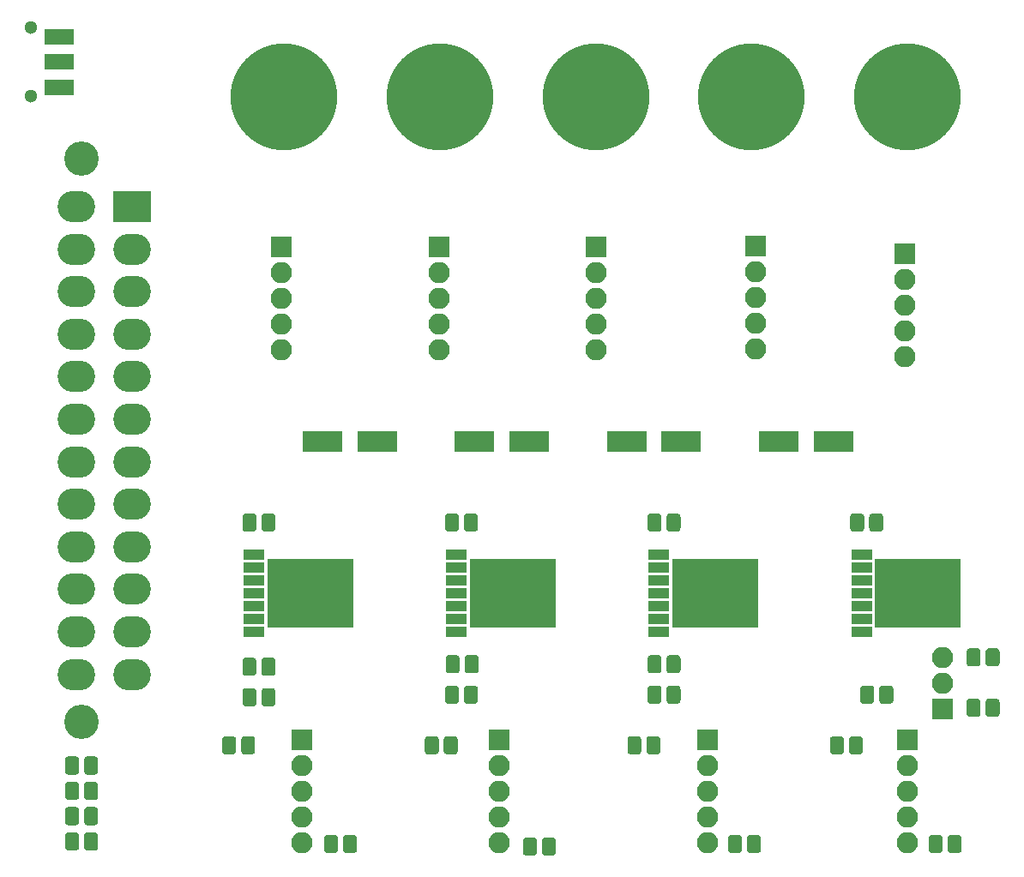
<source format=gbr>
G04 #@! TF.GenerationSoftware,KiCad,Pcbnew,(5.0.0-rc2-100-g6d77e594b)*
G04 #@! TF.CreationDate,2018-10-18T22:19:02+02:00*
G04 #@! TF.ProjectId,fuzzyduckv1,66757A7A796475636B76312E6B696361,rev?*
G04 #@! TF.SameCoordinates,Original*
G04 #@! TF.FileFunction,Soldermask,Top*
G04 #@! TF.FilePolarity,Negative*
%FSLAX46Y46*%
G04 Gerber Fmt 4.6, Leading zero omitted, Abs format (unit mm)*
G04 Created by KiCad (PCBNEW (5.0.0-rc2-100-g6d77e594b)) date Thu Oct 18 22:19:02 2018*
%MOMM*%
%LPD*%
G01*
G04 APERTURE LIST*
%ADD10R,3.900000X2.000000*%
%ADD11C,0.100000*%
%ADD12C,1.375000*%
%ADD13R,3.700000X3.100000*%
%ADD14O,3.700000X3.100000*%
%ADD15C,3.400000*%
%ADD16C,10.560000*%
%ADD17R,2.100000X2.100000*%
%ADD18O,2.100000X2.100000*%
%ADD19R,2.900000X1.650000*%
%ADD20C,1.300000*%
%ADD21R,8.430000X6.900000*%
%ADD22R,2.100000X1.050000*%
G04 APERTURE END LIST*
D10*
G04 #@! TO.C,C1*
X115200000Y-75000000D03*
X109800000Y-75000000D03*
G04 #@! TD*
G04 #@! TO.C,C2*
X94800000Y-75000000D03*
X100200000Y-75000000D03*
G04 #@! TD*
G04 #@! TO.C,C3*
X85200000Y-75000000D03*
X79800000Y-75000000D03*
G04 #@! TD*
G04 #@! TO.C,C4*
X124800000Y-75000000D03*
X130200000Y-75000000D03*
G04 #@! TD*
D11*
G04 #@! TO.C,C70*
G36*
X70939943Y-104101655D02*
X70973312Y-104106605D01*
X71006035Y-104114802D01*
X71037797Y-104126166D01*
X71068293Y-104140590D01*
X71097227Y-104157932D01*
X71124323Y-104178028D01*
X71149318Y-104200682D01*
X71171972Y-104225677D01*
X71192068Y-104252773D01*
X71209410Y-104281707D01*
X71223834Y-104312203D01*
X71235198Y-104343965D01*
X71243395Y-104376688D01*
X71248345Y-104410057D01*
X71250000Y-104443750D01*
X71250000Y-105556250D01*
X71248345Y-105589943D01*
X71243395Y-105623312D01*
X71235198Y-105656035D01*
X71223834Y-105687797D01*
X71209410Y-105718293D01*
X71192068Y-105747227D01*
X71171972Y-105774323D01*
X71149318Y-105799318D01*
X71124323Y-105821972D01*
X71097227Y-105842068D01*
X71068293Y-105859410D01*
X71037797Y-105873834D01*
X71006035Y-105885198D01*
X70973312Y-105893395D01*
X70939943Y-105898345D01*
X70906250Y-105900000D01*
X70218750Y-105900000D01*
X70185057Y-105898345D01*
X70151688Y-105893395D01*
X70118965Y-105885198D01*
X70087203Y-105873834D01*
X70056707Y-105859410D01*
X70027773Y-105842068D01*
X70000677Y-105821972D01*
X69975682Y-105799318D01*
X69953028Y-105774323D01*
X69932932Y-105747227D01*
X69915590Y-105718293D01*
X69901166Y-105687797D01*
X69889802Y-105656035D01*
X69881605Y-105623312D01*
X69876655Y-105589943D01*
X69875000Y-105556250D01*
X69875000Y-104443750D01*
X69876655Y-104410057D01*
X69881605Y-104376688D01*
X69889802Y-104343965D01*
X69901166Y-104312203D01*
X69915590Y-104281707D01*
X69932932Y-104252773D01*
X69953028Y-104225677D01*
X69975682Y-104200682D01*
X70000677Y-104178028D01*
X70027773Y-104157932D01*
X70056707Y-104140590D01*
X70087203Y-104126166D01*
X70118965Y-104114802D01*
X70151688Y-104106605D01*
X70185057Y-104101655D01*
X70218750Y-104100000D01*
X70906250Y-104100000D01*
X70939943Y-104101655D01*
X70939943Y-104101655D01*
G37*
D12*
X70562500Y-105000000D03*
D11*
G36*
X72814943Y-104101655D02*
X72848312Y-104106605D01*
X72881035Y-104114802D01*
X72912797Y-104126166D01*
X72943293Y-104140590D01*
X72972227Y-104157932D01*
X72999323Y-104178028D01*
X73024318Y-104200682D01*
X73046972Y-104225677D01*
X73067068Y-104252773D01*
X73084410Y-104281707D01*
X73098834Y-104312203D01*
X73110198Y-104343965D01*
X73118395Y-104376688D01*
X73123345Y-104410057D01*
X73125000Y-104443750D01*
X73125000Y-105556250D01*
X73123345Y-105589943D01*
X73118395Y-105623312D01*
X73110198Y-105656035D01*
X73098834Y-105687797D01*
X73084410Y-105718293D01*
X73067068Y-105747227D01*
X73046972Y-105774323D01*
X73024318Y-105799318D01*
X72999323Y-105821972D01*
X72972227Y-105842068D01*
X72943293Y-105859410D01*
X72912797Y-105873834D01*
X72881035Y-105885198D01*
X72848312Y-105893395D01*
X72814943Y-105898345D01*
X72781250Y-105900000D01*
X72093750Y-105900000D01*
X72060057Y-105898345D01*
X72026688Y-105893395D01*
X71993965Y-105885198D01*
X71962203Y-105873834D01*
X71931707Y-105859410D01*
X71902773Y-105842068D01*
X71875677Y-105821972D01*
X71850682Y-105799318D01*
X71828028Y-105774323D01*
X71807932Y-105747227D01*
X71790590Y-105718293D01*
X71776166Y-105687797D01*
X71764802Y-105656035D01*
X71756605Y-105623312D01*
X71751655Y-105589943D01*
X71750000Y-105556250D01*
X71750000Y-104443750D01*
X71751655Y-104410057D01*
X71756605Y-104376688D01*
X71764802Y-104343965D01*
X71776166Y-104312203D01*
X71790590Y-104281707D01*
X71807932Y-104252773D01*
X71828028Y-104225677D01*
X71850682Y-104200682D01*
X71875677Y-104178028D01*
X71902773Y-104157932D01*
X71931707Y-104140590D01*
X71962203Y-104126166D01*
X71993965Y-104114802D01*
X72026688Y-104106605D01*
X72060057Y-104101655D01*
X72093750Y-104100000D01*
X72781250Y-104100000D01*
X72814943Y-104101655D01*
X72814943Y-104101655D01*
G37*
D12*
X72437500Y-105000000D03*
G04 #@! TD*
D11*
G04 #@! TO.C,C71*
G36*
X112814943Y-104101655D02*
X112848312Y-104106605D01*
X112881035Y-104114802D01*
X112912797Y-104126166D01*
X112943293Y-104140590D01*
X112972227Y-104157932D01*
X112999323Y-104178028D01*
X113024318Y-104200682D01*
X113046972Y-104225677D01*
X113067068Y-104252773D01*
X113084410Y-104281707D01*
X113098834Y-104312203D01*
X113110198Y-104343965D01*
X113118395Y-104376688D01*
X113123345Y-104410057D01*
X113125000Y-104443750D01*
X113125000Y-105556250D01*
X113123345Y-105589943D01*
X113118395Y-105623312D01*
X113110198Y-105656035D01*
X113098834Y-105687797D01*
X113084410Y-105718293D01*
X113067068Y-105747227D01*
X113046972Y-105774323D01*
X113024318Y-105799318D01*
X112999323Y-105821972D01*
X112972227Y-105842068D01*
X112943293Y-105859410D01*
X112912797Y-105873834D01*
X112881035Y-105885198D01*
X112848312Y-105893395D01*
X112814943Y-105898345D01*
X112781250Y-105900000D01*
X112093750Y-105900000D01*
X112060057Y-105898345D01*
X112026688Y-105893395D01*
X111993965Y-105885198D01*
X111962203Y-105873834D01*
X111931707Y-105859410D01*
X111902773Y-105842068D01*
X111875677Y-105821972D01*
X111850682Y-105799318D01*
X111828028Y-105774323D01*
X111807932Y-105747227D01*
X111790590Y-105718293D01*
X111776166Y-105687797D01*
X111764802Y-105656035D01*
X111756605Y-105623312D01*
X111751655Y-105589943D01*
X111750000Y-105556250D01*
X111750000Y-104443750D01*
X111751655Y-104410057D01*
X111756605Y-104376688D01*
X111764802Y-104343965D01*
X111776166Y-104312203D01*
X111790590Y-104281707D01*
X111807932Y-104252773D01*
X111828028Y-104225677D01*
X111850682Y-104200682D01*
X111875677Y-104178028D01*
X111902773Y-104157932D01*
X111931707Y-104140590D01*
X111962203Y-104126166D01*
X111993965Y-104114802D01*
X112026688Y-104106605D01*
X112060057Y-104101655D01*
X112093750Y-104100000D01*
X112781250Y-104100000D01*
X112814943Y-104101655D01*
X112814943Y-104101655D01*
G37*
D12*
X112437500Y-105000000D03*
D11*
G36*
X110939943Y-104101655D02*
X110973312Y-104106605D01*
X111006035Y-104114802D01*
X111037797Y-104126166D01*
X111068293Y-104140590D01*
X111097227Y-104157932D01*
X111124323Y-104178028D01*
X111149318Y-104200682D01*
X111171972Y-104225677D01*
X111192068Y-104252773D01*
X111209410Y-104281707D01*
X111223834Y-104312203D01*
X111235198Y-104343965D01*
X111243395Y-104376688D01*
X111248345Y-104410057D01*
X111250000Y-104443750D01*
X111250000Y-105556250D01*
X111248345Y-105589943D01*
X111243395Y-105623312D01*
X111235198Y-105656035D01*
X111223834Y-105687797D01*
X111209410Y-105718293D01*
X111192068Y-105747227D01*
X111171972Y-105774323D01*
X111149318Y-105799318D01*
X111124323Y-105821972D01*
X111097227Y-105842068D01*
X111068293Y-105859410D01*
X111037797Y-105873834D01*
X111006035Y-105885198D01*
X110973312Y-105893395D01*
X110939943Y-105898345D01*
X110906250Y-105900000D01*
X110218750Y-105900000D01*
X110185057Y-105898345D01*
X110151688Y-105893395D01*
X110118965Y-105885198D01*
X110087203Y-105873834D01*
X110056707Y-105859410D01*
X110027773Y-105842068D01*
X110000677Y-105821972D01*
X109975682Y-105799318D01*
X109953028Y-105774323D01*
X109932932Y-105747227D01*
X109915590Y-105718293D01*
X109901166Y-105687797D01*
X109889802Y-105656035D01*
X109881605Y-105623312D01*
X109876655Y-105589943D01*
X109875000Y-105556250D01*
X109875000Y-104443750D01*
X109876655Y-104410057D01*
X109881605Y-104376688D01*
X109889802Y-104343965D01*
X109901166Y-104312203D01*
X109915590Y-104281707D01*
X109932932Y-104252773D01*
X109953028Y-104225677D01*
X109975682Y-104200682D01*
X110000677Y-104178028D01*
X110027773Y-104157932D01*
X110056707Y-104140590D01*
X110087203Y-104126166D01*
X110118965Y-104114802D01*
X110151688Y-104106605D01*
X110185057Y-104101655D01*
X110218750Y-104100000D01*
X110906250Y-104100000D01*
X110939943Y-104101655D01*
X110939943Y-104101655D01*
G37*
D12*
X110562500Y-105000000D03*
G04 #@! TD*
D11*
G04 #@! TO.C,C72*
G36*
X90939943Y-104101655D02*
X90973312Y-104106605D01*
X91006035Y-104114802D01*
X91037797Y-104126166D01*
X91068293Y-104140590D01*
X91097227Y-104157932D01*
X91124323Y-104178028D01*
X91149318Y-104200682D01*
X91171972Y-104225677D01*
X91192068Y-104252773D01*
X91209410Y-104281707D01*
X91223834Y-104312203D01*
X91235198Y-104343965D01*
X91243395Y-104376688D01*
X91248345Y-104410057D01*
X91250000Y-104443750D01*
X91250000Y-105556250D01*
X91248345Y-105589943D01*
X91243395Y-105623312D01*
X91235198Y-105656035D01*
X91223834Y-105687797D01*
X91209410Y-105718293D01*
X91192068Y-105747227D01*
X91171972Y-105774323D01*
X91149318Y-105799318D01*
X91124323Y-105821972D01*
X91097227Y-105842068D01*
X91068293Y-105859410D01*
X91037797Y-105873834D01*
X91006035Y-105885198D01*
X90973312Y-105893395D01*
X90939943Y-105898345D01*
X90906250Y-105900000D01*
X90218750Y-105900000D01*
X90185057Y-105898345D01*
X90151688Y-105893395D01*
X90118965Y-105885198D01*
X90087203Y-105873834D01*
X90056707Y-105859410D01*
X90027773Y-105842068D01*
X90000677Y-105821972D01*
X89975682Y-105799318D01*
X89953028Y-105774323D01*
X89932932Y-105747227D01*
X89915590Y-105718293D01*
X89901166Y-105687797D01*
X89889802Y-105656035D01*
X89881605Y-105623312D01*
X89876655Y-105589943D01*
X89875000Y-105556250D01*
X89875000Y-104443750D01*
X89876655Y-104410057D01*
X89881605Y-104376688D01*
X89889802Y-104343965D01*
X89901166Y-104312203D01*
X89915590Y-104281707D01*
X89932932Y-104252773D01*
X89953028Y-104225677D01*
X89975682Y-104200682D01*
X90000677Y-104178028D01*
X90027773Y-104157932D01*
X90056707Y-104140590D01*
X90087203Y-104126166D01*
X90118965Y-104114802D01*
X90151688Y-104106605D01*
X90185057Y-104101655D01*
X90218750Y-104100000D01*
X90906250Y-104100000D01*
X90939943Y-104101655D01*
X90939943Y-104101655D01*
G37*
D12*
X90562500Y-105000000D03*
D11*
G36*
X92814943Y-104101655D02*
X92848312Y-104106605D01*
X92881035Y-104114802D01*
X92912797Y-104126166D01*
X92943293Y-104140590D01*
X92972227Y-104157932D01*
X92999323Y-104178028D01*
X93024318Y-104200682D01*
X93046972Y-104225677D01*
X93067068Y-104252773D01*
X93084410Y-104281707D01*
X93098834Y-104312203D01*
X93110198Y-104343965D01*
X93118395Y-104376688D01*
X93123345Y-104410057D01*
X93125000Y-104443750D01*
X93125000Y-105556250D01*
X93123345Y-105589943D01*
X93118395Y-105623312D01*
X93110198Y-105656035D01*
X93098834Y-105687797D01*
X93084410Y-105718293D01*
X93067068Y-105747227D01*
X93046972Y-105774323D01*
X93024318Y-105799318D01*
X92999323Y-105821972D01*
X92972227Y-105842068D01*
X92943293Y-105859410D01*
X92912797Y-105873834D01*
X92881035Y-105885198D01*
X92848312Y-105893395D01*
X92814943Y-105898345D01*
X92781250Y-105900000D01*
X92093750Y-105900000D01*
X92060057Y-105898345D01*
X92026688Y-105893395D01*
X91993965Y-105885198D01*
X91962203Y-105873834D01*
X91931707Y-105859410D01*
X91902773Y-105842068D01*
X91875677Y-105821972D01*
X91850682Y-105799318D01*
X91828028Y-105774323D01*
X91807932Y-105747227D01*
X91790590Y-105718293D01*
X91776166Y-105687797D01*
X91764802Y-105656035D01*
X91756605Y-105623312D01*
X91751655Y-105589943D01*
X91750000Y-105556250D01*
X91750000Y-104443750D01*
X91751655Y-104410057D01*
X91756605Y-104376688D01*
X91764802Y-104343965D01*
X91776166Y-104312203D01*
X91790590Y-104281707D01*
X91807932Y-104252773D01*
X91828028Y-104225677D01*
X91850682Y-104200682D01*
X91875677Y-104178028D01*
X91902773Y-104157932D01*
X91931707Y-104140590D01*
X91962203Y-104126166D01*
X91993965Y-104114802D01*
X92026688Y-104106605D01*
X92060057Y-104101655D01*
X92093750Y-104100000D01*
X92781250Y-104100000D01*
X92814943Y-104101655D01*
X92814943Y-104101655D01*
G37*
D12*
X92437500Y-105000000D03*
G04 #@! TD*
D11*
G04 #@! TO.C,C73*
G36*
X132814943Y-104101655D02*
X132848312Y-104106605D01*
X132881035Y-104114802D01*
X132912797Y-104126166D01*
X132943293Y-104140590D01*
X132972227Y-104157932D01*
X132999323Y-104178028D01*
X133024318Y-104200682D01*
X133046972Y-104225677D01*
X133067068Y-104252773D01*
X133084410Y-104281707D01*
X133098834Y-104312203D01*
X133110198Y-104343965D01*
X133118395Y-104376688D01*
X133123345Y-104410057D01*
X133125000Y-104443750D01*
X133125000Y-105556250D01*
X133123345Y-105589943D01*
X133118395Y-105623312D01*
X133110198Y-105656035D01*
X133098834Y-105687797D01*
X133084410Y-105718293D01*
X133067068Y-105747227D01*
X133046972Y-105774323D01*
X133024318Y-105799318D01*
X132999323Y-105821972D01*
X132972227Y-105842068D01*
X132943293Y-105859410D01*
X132912797Y-105873834D01*
X132881035Y-105885198D01*
X132848312Y-105893395D01*
X132814943Y-105898345D01*
X132781250Y-105900000D01*
X132093750Y-105900000D01*
X132060057Y-105898345D01*
X132026688Y-105893395D01*
X131993965Y-105885198D01*
X131962203Y-105873834D01*
X131931707Y-105859410D01*
X131902773Y-105842068D01*
X131875677Y-105821972D01*
X131850682Y-105799318D01*
X131828028Y-105774323D01*
X131807932Y-105747227D01*
X131790590Y-105718293D01*
X131776166Y-105687797D01*
X131764802Y-105656035D01*
X131756605Y-105623312D01*
X131751655Y-105589943D01*
X131750000Y-105556250D01*
X131750000Y-104443750D01*
X131751655Y-104410057D01*
X131756605Y-104376688D01*
X131764802Y-104343965D01*
X131776166Y-104312203D01*
X131790590Y-104281707D01*
X131807932Y-104252773D01*
X131828028Y-104225677D01*
X131850682Y-104200682D01*
X131875677Y-104178028D01*
X131902773Y-104157932D01*
X131931707Y-104140590D01*
X131962203Y-104126166D01*
X131993965Y-104114802D01*
X132026688Y-104106605D01*
X132060057Y-104101655D01*
X132093750Y-104100000D01*
X132781250Y-104100000D01*
X132814943Y-104101655D01*
X132814943Y-104101655D01*
G37*
D12*
X132437500Y-105000000D03*
D11*
G36*
X130939943Y-104101655D02*
X130973312Y-104106605D01*
X131006035Y-104114802D01*
X131037797Y-104126166D01*
X131068293Y-104140590D01*
X131097227Y-104157932D01*
X131124323Y-104178028D01*
X131149318Y-104200682D01*
X131171972Y-104225677D01*
X131192068Y-104252773D01*
X131209410Y-104281707D01*
X131223834Y-104312203D01*
X131235198Y-104343965D01*
X131243395Y-104376688D01*
X131248345Y-104410057D01*
X131250000Y-104443750D01*
X131250000Y-105556250D01*
X131248345Y-105589943D01*
X131243395Y-105623312D01*
X131235198Y-105656035D01*
X131223834Y-105687797D01*
X131209410Y-105718293D01*
X131192068Y-105747227D01*
X131171972Y-105774323D01*
X131149318Y-105799318D01*
X131124323Y-105821972D01*
X131097227Y-105842068D01*
X131068293Y-105859410D01*
X131037797Y-105873834D01*
X131006035Y-105885198D01*
X130973312Y-105893395D01*
X130939943Y-105898345D01*
X130906250Y-105900000D01*
X130218750Y-105900000D01*
X130185057Y-105898345D01*
X130151688Y-105893395D01*
X130118965Y-105885198D01*
X130087203Y-105873834D01*
X130056707Y-105859410D01*
X130027773Y-105842068D01*
X130000677Y-105821972D01*
X129975682Y-105799318D01*
X129953028Y-105774323D01*
X129932932Y-105747227D01*
X129915590Y-105718293D01*
X129901166Y-105687797D01*
X129889802Y-105656035D01*
X129881605Y-105623312D01*
X129876655Y-105589943D01*
X129875000Y-105556250D01*
X129875000Y-104443750D01*
X129876655Y-104410057D01*
X129881605Y-104376688D01*
X129889802Y-104343965D01*
X129901166Y-104312203D01*
X129915590Y-104281707D01*
X129932932Y-104252773D01*
X129953028Y-104225677D01*
X129975682Y-104200682D01*
X130000677Y-104178028D01*
X130027773Y-104157932D01*
X130056707Y-104140590D01*
X130087203Y-104126166D01*
X130118965Y-104114802D01*
X130151688Y-104106605D01*
X130185057Y-104101655D01*
X130218750Y-104100000D01*
X130906250Y-104100000D01*
X130939943Y-104101655D01*
X130939943Y-104101655D01*
G37*
D12*
X130562500Y-105000000D03*
G04 #@! TD*
D11*
G04 #@! TO.C,D1*
G36*
X57314943Y-113601655D02*
X57348312Y-113606605D01*
X57381035Y-113614802D01*
X57412797Y-113626166D01*
X57443293Y-113640590D01*
X57472227Y-113657932D01*
X57499323Y-113678028D01*
X57524318Y-113700682D01*
X57546972Y-113725677D01*
X57567068Y-113752773D01*
X57584410Y-113781707D01*
X57598834Y-113812203D01*
X57610198Y-113843965D01*
X57618395Y-113876688D01*
X57623345Y-113910057D01*
X57625000Y-113943750D01*
X57625000Y-115056250D01*
X57623345Y-115089943D01*
X57618395Y-115123312D01*
X57610198Y-115156035D01*
X57598834Y-115187797D01*
X57584410Y-115218293D01*
X57567068Y-115247227D01*
X57546972Y-115274323D01*
X57524318Y-115299318D01*
X57499323Y-115321972D01*
X57472227Y-115342068D01*
X57443293Y-115359410D01*
X57412797Y-115373834D01*
X57381035Y-115385198D01*
X57348312Y-115393395D01*
X57314943Y-115398345D01*
X57281250Y-115400000D01*
X56593750Y-115400000D01*
X56560057Y-115398345D01*
X56526688Y-115393395D01*
X56493965Y-115385198D01*
X56462203Y-115373834D01*
X56431707Y-115359410D01*
X56402773Y-115342068D01*
X56375677Y-115321972D01*
X56350682Y-115299318D01*
X56328028Y-115274323D01*
X56307932Y-115247227D01*
X56290590Y-115218293D01*
X56276166Y-115187797D01*
X56264802Y-115156035D01*
X56256605Y-115123312D01*
X56251655Y-115089943D01*
X56250000Y-115056250D01*
X56250000Y-113943750D01*
X56251655Y-113910057D01*
X56256605Y-113876688D01*
X56264802Y-113843965D01*
X56276166Y-113812203D01*
X56290590Y-113781707D01*
X56307932Y-113752773D01*
X56328028Y-113725677D01*
X56350682Y-113700682D01*
X56375677Y-113678028D01*
X56402773Y-113657932D01*
X56431707Y-113640590D01*
X56462203Y-113626166D01*
X56493965Y-113614802D01*
X56526688Y-113606605D01*
X56560057Y-113601655D01*
X56593750Y-113600000D01*
X57281250Y-113600000D01*
X57314943Y-113601655D01*
X57314943Y-113601655D01*
G37*
D12*
X56937500Y-114500000D03*
D11*
G36*
X55439943Y-113601655D02*
X55473312Y-113606605D01*
X55506035Y-113614802D01*
X55537797Y-113626166D01*
X55568293Y-113640590D01*
X55597227Y-113657932D01*
X55624323Y-113678028D01*
X55649318Y-113700682D01*
X55671972Y-113725677D01*
X55692068Y-113752773D01*
X55709410Y-113781707D01*
X55723834Y-113812203D01*
X55735198Y-113843965D01*
X55743395Y-113876688D01*
X55748345Y-113910057D01*
X55750000Y-113943750D01*
X55750000Y-115056250D01*
X55748345Y-115089943D01*
X55743395Y-115123312D01*
X55735198Y-115156035D01*
X55723834Y-115187797D01*
X55709410Y-115218293D01*
X55692068Y-115247227D01*
X55671972Y-115274323D01*
X55649318Y-115299318D01*
X55624323Y-115321972D01*
X55597227Y-115342068D01*
X55568293Y-115359410D01*
X55537797Y-115373834D01*
X55506035Y-115385198D01*
X55473312Y-115393395D01*
X55439943Y-115398345D01*
X55406250Y-115400000D01*
X54718750Y-115400000D01*
X54685057Y-115398345D01*
X54651688Y-115393395D01*
X54618965Y-115385198D01*
X54587203Y-115373834D01*
X54556707Y-115359410D01*
X54527773Y-115342068D01*
X54500677Y-115321972D01*
X54475682Y-115299318D01*
X54453028Y-115274323D01*
X54432932Y-115247227D01*
X54415590Y-115218293D01*
X54401166Y-115187797D01*
X54389802Y-115156035D01*
X54381605Y-115123312D01*
X54376655Y-115089943D01*
X54375000Y-115056250D01*
X54375000Y-113943750D01*
X54376655Y-113910057D01*
X54381605Y-113876688D01*
X54389802Y-113843965D01*
X54401166Y-113812203D01*
X54415590Y-113781707D01*
X54432932Y-113752773D01*
X54453028Y-113725677D01*
X54475682Y-113700682D01*
X54500677Y-113678028D01*
X54527773Y-113657932D01*
X54556707Y-113640590D01*
X54587203Y-113626166D01*
X54618965Y-113614802D01*
X54651688Y-113606605D01*
X54685057Y-113601655D01*
X54718750Y-113600000D01*
X55406250Y-113600000D01*
X55439943Y-113601655D01*
X55439943Y-113601655D01*
G37*
D12*
X55062500Y-114500000D03*
G04 #@! TD*
D11*
G04 #@! TO.C,D2*
G36*
X55439943Y-108601655D02*
X55473312Y-108606605D01*
X55506035Y-108614802D01*
X55537797Y-108626166D01*
X55568293Y-108640590D01*
X55597227Y-108657932D01*
X55624323Y-108678028D01*
X55649318Y-108700682D01*
X55671972Y-108725677D01*
X55692068Y-108752773D01*
X55709410Y-108781707D01*
X55723834Y-108812203D01*
X55735198Y-108843965D01*
X55743395Y-108876688D01*
X55748345Y-108910057D01*
X55750000Y-108943750D01*
X55750000Y-110056250D01*
X55748345Y-110089943D01*
X55743395Y-110123312D01*
X55735198Y-110156035D01*
X55723834Y-110187797D01*
X55709410Y-110218293D01*
X55692068Y-110247227D01*
X55671972Y-110274323D01*
X55649318Y-110299318D01*
X55624323Y-110321972D01*
X55597227Y-110342068D01*
X55568293Y-110359410D01*
X55537797Y-110373834D01*
X55506035Y-110385198D01*
X55473312Y-110393395D01*
X55439943Y-110398345D01*
X55406250Y-110400000D01*
X54718750Y-110400000D01*
X54685057Y-110398345D01*
X54651688Y-110393395D01*
X54618965Y-110385198D01*
X54587203Y-110373834D01*
X54556707Y-110359410D01*
X54527773Y-110342068D01*
X54500677Y-110321972D01*
X54475682Y-110299318D01*
X54453028Y-110274323D01*
X54432932Y-110247227D01*
X54415590Y-110218293D01*
X54401166Y-110187797D01*
X54389802Y-110156035D01*
X54381605Y-110123312D01*
X54376655Y-110089943D01*
X54375000Y-110056250D01*
X54375000Y-108943750D01*
X54376655Y-108910057D01*
X54381605Y-108876688D01*
X54389802Y-108843965D01*
X54401166Y-108812203D01*
X54415590Y-108781707D01*
X54432932Y-108752773D01*
X54453028Y-108725677D01*
X54475682Y-108700682D01*
X54500677Y-108678028D01*
X54527773Y-108657932D01*
X54556707Y-108640590D01*
X54587203Y-108626166D01*
X54618965Y-108614802D01*
X54651688Y-108606605D01*
X54685057Y-108601655D01*
X54718750Y-108600000D01*
X55406250Y-108600000D01*
X55439943Y-108601655D01*
X55439943Y-108601655D01*
G37*
D12*
X55062500Y-109500000D03*
D11*
G36*
X57314943Y-108601655D02*
X57348312Y-108606605D01*
X57381035Y-108614802D01*
X57412797Y-108626166D01*
X57443293Y-108640590D01*
X57472227Y-108657932D01*
X57499323Y-108678028D01*
X57524318Y-108700682D01*
X57546972Y-108725677D01*
X57567068Y-108752773D01*
X57584410Y-108781707D01*
X57598834Y-108812203D01*
X57610198Y-108843965D01*
X57618395Y-108876688D01*
X57623345Y-108910057D01*
X57625000Y-108943750D01*
X57625000Y-110056250D01*
X57623345Y-110089943D01*
X57618395Y-110123312D01*
X57610198Y-110156035D01*
X57598834Y-110187797D01*
X57584410Y-110218293D01*
X57567068Y-110247227D01*
X57546972Y-110274323D01*
X57524318Y-110299318D01*
X57499323Y-110321972D01*
X57472227Y-110342068D01*
X57443293Y-110359410D01*
X57412797Y-110373834D01*
X57381035Y-110385198D01*
X57348312Y-110393395D01*
X57314943Y-110398345D01*
X57281250Y-110400000D01*
X56593750Y-110400000D01*
X56560057Y-110398345D01*
X56526688Y-110393395D01*
X56493965Y-110385198D01*
X56462203Y-110373834D01*
X56431707Y-110359410D01*
X56402773Y-110342068D01*
X56375677Y-110321972D01*
X56350682Y-110299318D01*
X56328028Y-110274323D01*
X56307932Y-110247227D01*
X56290590Y-110218293D01*
X56276166Y-110187797D01*
X56264802Y-110156035D01*
X56256605Y-110123312D01*
X56251655Y-110089943D01*
X56250000Y-110056250D01*
X56250000Y-108943750D01*
X56251655Y-108910057D01*
X56256605Y-108876688D01*
X56264802Y-108843965D01*
X56276166Y-108812203D01*
X56290590Y-108781707D01*
X56307932Y-108752773D01*
X56328028Y-108725677D01*
X56350682Y-108700682D01*
X56375677Y-108678028D01*
X56402773Y-108657932D01*
X56431707Y-108640590D01*
X56462203Y-108626166D01*
X56493965Y-108614802D01*
X56526688Y-108606605D01*
X56560057Y-108601655D01*
X56593750Y-108600000D01*
X57281250Y-108600000D01*
X57314943Y-108601655D01*
X57314943Y-108601655D01*
G37*
D12*
X56937500Y-109500000D03*
G04 #@! TD*
D13*
G04 #@! TO.C,J1*
X61000000Y-51800000D03*
D14*
X61000000Y-56000000D03*
X61000000Y-60200000D03*
X61000000Y-64400000D03*
X61000000Y-68600000D03*
X61000000Y-72800000D03*
X61000000Y-77000000D03*
X61000000Y-81200000D03*
X61000000Y-85400000D03*
X61000000Y-89600000D03*
X61000000Y-93800000D03*
X61000000Y-98000000D03*
X55500000Y-51800000D03*
X55500000Y-56000000D03*
X55500000Y-60200000D03*
X55500000Y-64400000D03*
X55500000Y-68600000D03*
X55500000Y-72800000D03*
X55500000Y-77000000D03*
X55500000Y-81200000D03*
X55500000Y-85400000D03*
X55500000Y-89600000D03*
X55500000Y-93800000D03*
X55500000Y-98000000D03*
D15*
X55960000Y-47100000D03*
X55960000Y-102700000D03*
G04 #@! TD*
D16*
G04 #@! TO.C,J2*
X91375000Y-41000000D03*
G04 #@! TD*
G04 #@! TO.C,J4*
X76000000Y-41000000D03*
G04 #@! TD*
G04 #@! TO.C,J5*
X106750000Y-41000000D03*
G04 #@! TD*
G04 #@! TO.C,J8*
X122125000Y-41000000D03*
G04 #@! TD*
G04 #@! TO.C,J9*
X137500000Y-41000000D03*
G04 #@! TD*
D17*
G04 #@! TO.C,J17*
X141000000Y-101404492D03*
D18*
X141000000Y-98864492D03*
X141000000Y-96324492D03*
G04 #@! TD*
D11*
G04 #@! TO.C,R1*
G36*
X74814943Y-82101655D02*
X74848312Y-82106605D01*
X74881035Y-82114802D01*
X74912797Y-82126166D01*
X74943293Y-82140590D01*
X74972227Y-82157932D01*
X74999323Y-82178028D01*
X75024318Y-82200682D01*
X75046972Y-82225677D01*
X75067068Y-82252773D01*
X75084410Y-82281707D01*
X75098834Y-82312203D01*
X75110198Y-82343965D01*
X75118395Y-82376688D01*
X75123345Y-82410057D01*
X75125000Y-82443750D01*
X75125000Y-83556250D01*
X75123345Y-83589943D01*
X75118395Y-83623312D01*
X75110198Y-83656035D01*
X75098834Y-83687797D01*
X75084410Y-83718293D01*
X75067068Y-83747227D01*
X75046972Y-83774323D01*
X75024318Y-83799318D01*
X74999323Y-83821972D01*
X74972227Y-83842068D01*
X74943293Y-83859410D01*
X74912797Y-83873834D01*
X74881035Y-83885198D01*
X74848312Y-83893395D01*
X74814943Y-83898345D01*
X74781250Y-83900000D01*
X74093750Y-83900000D01*
X74060057Y-83898345D01*
X74026688Y-83893395D01*
X73993965Y-83885198D01*
X73962203Y-83873834D01*
X73931707Y-83859410D01*
X73902773Y-83842068D01*
X73875677Y-83821972D01*
X73850682Y-83799318D01*
X73828028Y-83774323D01*
X73807932Y-83747227D01*
X73790590Y-83718293D01*
X73776166Y-83687797D01*
X73764802Y-83656035D01*
X73756605Y-83623312D01*
X73751655Y-83589943D01*
X73750000Y-83556250D01*
X73750000Y-82443750D01*
X73751655Y-82410057D01*
X73756605Y-82376688D01*
X73764802Y-82343965D01*
X73776166Y-82312203D01*
X73790590Y-82281707D01*
X73807932Y-82252773D01*
X73828028Y-82225677D01*
X73850682Y-82200682D01*
X73875677Y-82178028D01*
X73902773Y-82157932D01*
X73931707Y-82140590D01*
X73962203Y-82126166D01*
X73993965Y-82114802D01*
X74026688Y-82106605D01*
X74060057Y-82101655D01*
X74093750Y-82100000D01*
X74781250Y-82100000D01*
X74814943Y-82101655D01*
X74814943Y-82101655D01*
G37*
D12*
X74437500Y-83000000D03*
D11*
G36*
X72939943Y-82101655D02*
X72973312Y-82106605D01*
X73006035Y-82114802D01*
X73037797Y-82126166D01*
X73068293Y-82140590D01*
X73097227Y-82157932D01*
X73124323Y-82178028D01*
X73149318Y-82200682D01*
X73171972Y-82225677D01*
X73192068Y-82252773D01*
X73209410Y-82281707D01*
X73223834Y-82312203D01*
X73235198Y-82343965D01*
X73243395Y-82376688D01*
X73248345Y-82410057D01*
X73250000Y-82443750D01*
X73250000Y-83556250D01*
X73248345Y-83589943D01*
X73243395Y-83623312D01*
X73235198Y-83656035D01*
X73223834Y-83687797D01*
X73209410Y-83718293D01*
X73192068Y-83747227D01*
X73171972Y-83774323D01*
X73149318Y-83799318D01*
X73124323Y-83821972D01*
X73097227Y-83842068D01*
X73068293Y-83859410D01*
X73037797Y-83873834D01*
X73006035Y-83885198D01*
X72973312Y-83893395D01*
X72939943Y-83898345D01*
X72906250Y-83900000D01*
X72218750Y-83900000D01*
X72185057Y-83898345D01*
X72151688Y-83893395D01*
X72118965Y-83885198D01*
X72087203Y-83873834D01*
X72056707Y-83859410D01*
X72027773Y-83842068D01*
X72000677Y-83821972D01*
X71975682Y-83799318D01*
X71953028Y-83774323D01*
X71932932Y-83747227D01*
X71915590Y-83718293D01*
X71901166Y-83687797D01*
X71889802Y-83656035D01*
X71881605Y-83623312D01*
X71876655Y-83589943D01*
X71875000Y-83556250D01*
X71875000Y-82443750D01*
X71876655Y-82410057D01*
X71881605Y-82376688D01*
X71889802Y-82343965D01*
X71901166Y-82312203D01*
X71915590Y-82281707D01*
X71932932Y-82252773D01*
X71953028Y-82225677D01*
X71975682Y-82200682D01*
X72000677Y-82178028D01*
X72027773Y-82157932D01*
X72056707Y-82140590D01*
X72087203Y-82126166D01*
X72118965Y-82114802D01*
X72151688Y-82106605D01*
X72185057Y-82101655D01*
X72218750Y-82100000D01*
X72906250Y-82100000D01*
X72939943Y-82101655D01*
X72939943Y-82101655D01*
G37*
D12*
X72562500Y-83000000D03*
G04 #@! TD*
D11*
G04 #@! TO.C,R2*
G36*
X112939943Y-82101655D02*
X112973312Y-82106605D01*
X113006035Y-82114802D01*
X113037797Y-82126166D01*
X113068293Y-82140590D01*
X113097227Y-82157932D01*
X113124323Y-82178028D01*
X113149318Y-82200682D01*
X113171972Y-82225677D01*
X113192068Y-82252773D01*
X113209410Y-82281707D01*
X113223834Y-82312203D01*
X113235198Y-82343965D01*
X113243395Y-82376688D01*
X113248345Y-82410057D01*
X113250000Y-82443750D01*
X113250000Y-83556250D01*
X113248345Y-83589943D01*
X113243395Y-83623312D01*
X113235198Y-83656035D01*
X113223834Y-83687797D01*
X113209410Y-83718293D01*
X113192068Y-83747227D01*
X113171972Y-83774323D01*
X113149318Y-83799318D01*
X113124323Y-83821972D01*
X113097227Y-83842068D01*
X113068293Y-83859410D01*
X113037797Y-83873834D01*
X113006035Y-83885198D01*
X112973312Y-83893395D01*
X112939943Y-83898345D01*
X112906250Y-83900000D01*
X112218750Y-83900000D01*
X112185057Y-83898345D01*
X112151688Y-83893395D01*
X112118965Y-83885198D01*
X112087203Y-83873834D01*
X112056707Y-83859410D01*
X112027773Y-83842068D01*
X112000677Y-83821972D01*
X111975682Y-83799318D01*
X111953028Y-83774323D01*
X111932932Y-83747227D01*
X111915590Y-83718293D01*
X111901166Y-83687797D01*
X111889802Y-83656035D01*
X111881605Y-83623312D01*
X111876655Y-83589943D01*
X111875000Y-83556250D01*
X111875000Y-82443750D01*
X111876655Y-82410057D01*
X111881605Y-82376688D01*
X111889802Y-82343965D01*
X111901166Y-82312203D01*
X111915590Y-82281707D01*
X111932932Y-82252773D01*
X111953028Y-82225677D01*
X111975682Y-82200682D01*
X112000677Y-82178028D01*
X112027773Y-82157932D01*
X112056707Y-82140590D01*
X112087203Y-82126166D01*
X112118965Y-82114802D01*
X112151688Y-82106605D01*
X112185057Y-82101655D01*
X112218750Y-82100000D01*
X112906250Y-82100000D01*
X112939943Y-82101655D01*
X112939943Y-82101655D01*
G37*
D12*
X112562500Y-83000000D03*
D11*
G36*
X114814943Y-82101655D02*
X114848312Y-82106605D01*
X114881035Y-82114802D01*
X114912797Y-82126166D01*
X114943293Y-82140590D01*
X114972227Y-82157932D01*
X114999323Y-82178028D01*
X115024318Y-82200682D01*
X115046972Y-82225677D01*
X115067068Y-82252773D01*
X115084410Y-82281707D01*
X115098834Y-82312203D01*
X115110198Y-82343965D01*
X115118395Y-82376688D01*
X115123345Y-82410057D01*
X115125000Y-82443750D01*
X115125000Y-83556250D01*
X115123345Y-83589943D01*
X115118395Y-83623312D01*
X115110198Y-83656035D01*
X115098834Y-83687797D01*
X115084410Y-83718293D01*
X115067068Y-83747227D01*
X115046972Y-83774323D01*
X115024318Y-83799318D01*
X114999323Y-83821972D01*
X114972227Y-83842068D01*
X114943293Y-83859410D01*
X114912797Y-83873834D01*
X114881035Y-83885198D01*
X114848312Y-83893395D01*
X114814943Y-83898345D01*
X114781250Y-83900000D01*
X114093750Y-83900000D01*
X114060057Y-83898345D01*
X114026688Y-83893395D01*
X113993965Y-83885198D01*
X113962203Y-83873834D01*
X113931707Y-83859410D01*
X113902773Y-83842068D01*
X113875677Y-83821972D01*
X113850682Y-83799318D01*
X113828028Y-83774323D01*
X113807932Y-83747227D01*
X113790590Y-83718293D01*
X113776166Y-83687797D01*
X113764802Y-83656035D01*
X113756605Y-83623312D01*
X113751655Y-83589943D01*
X113750000Y-83556250D01*
X113750000Y-82443750D01*
X113751655Y-82410057D01*
X113756605Y-82376688D01*
X113764802Y-82343965D01*
X113776166Y-82312203D01*
X113790590Y-82281707D01*
X113807932Y-82252773D01*
X113828028Y-82225677D01*
X113850682Y-82200682D01*
X113875677Y-82178028D01*
X113902773Y-82157932D01*
X113931707Y-82140590D01*
X113962203Y-82126166D01*
X113993965Y-82114802D01*
X114026688Y-82106605D01*
X114060057Y-82101655D01*
X114093750Y-82100000D01*
X114781250Y-82100000D01*
X114814943Y-82101655D01*
X114814943Y-82101655D01*
G37*
D12*
X114437500Y-83000000D03*
G04 #@! TD*
D11*
G04 #@! TO.C,R3*
G36*
X94814943Y-82101655D02*
X94848312Y-82106605D01*
X94881035Y-82114802D01*
X94912797Y-82126166D01*
X94943293Y-82140590D01*
X94972227Y-82157932D01*
X94999323Y-82178028D01*
X95024318Y-82200682D01*
X95046972Y-82225677D01*
X95067068Y-82252773D01*
X95084410Y-82281707D01*
X95098834Y-82312203D01*
X95110198Y-82343965D01*
X95118395Y-82376688D01*
X95123345Y-82410057D01*
X95125000Y-82443750D01*
X95125000Y-83556250D01*
X95123345Y-83589943D01*
X95118395Y-83623312D01*
X95110198Y-83656035D01*
X95098834Y-83687797D01*
X95084410Y-83718293D01*
X95067068Y-83747227D01*
X95046972Y-83774323D01*
X95024318Y-83799318D01*
X94999323Y-83821972D01*
X94972227Y-83842068D01*
X94943293Y-83859410D01*
X94912797Y-83873834D01*
X94881035Y-83885198D01*
X94848312Y-83893395D01*
X94814943Y-83898345D01*
X94781250Y-83900000D01*
X94093750Y-83900000D01*
X94060057Y-83898345D01*
X94026688Y-83893395D01*
X93993965Y-83885198D01*
X93962203Y-83873834D01*
X93931707Y-83859410D01*
X93902773Y-83842068D01*
X93875677Y-83821972D01*
X93850682Y-83799318D01*
X93828028Y-83774323D01*
X93807932Y-83747227D01*
X93790590Y-83718293D01*
X93776166Y-83687797D01*
X93764802Y-83656035D01*
X93756605Y-83623312D01*
X93751655Y-83589943D01*
X93750000Y-83556250D01*
X93750000Y-82443750D01*
X93751655Y-82410057D01*
X93756605Y-82376688D01*
X93764802Y-82343965D01*
X93776166Y-82312203D01*
X93790590Y-82281707D01*
X93807932Y-82252773D01*
X93828028Y-82225677D01*
X93850682Y-82200682D01*
X93875677Y-82178028D01*
X93902773Y-82157932D01*
X93931707Y-82140590D01*
X93962203Y-82126166D01*
X93993965Y-82114802D01*
X94026688Y-82106605D01*
X94060057Y-82101655D01*
X94093750Y-82100000D01*
X94781250Y-82100000D01*
X94814943Y-82101655D01*
X94814943Y-82101655D01*
G37*
D12*
X94437500Y-83000000D03*
D11*
G36*
X92939943Y-82101655D02*
X92973312Y-82106605D01*
X93006035Y-82114802D01*
X93037797Y-82126166D01*
X93068293Y-82140590D01*
X93097227Y-82157932D01*
X93124323Y-82178028D01*
X93149318Y-82200682D01*
X93171972Y-82225677D01*
X93192068Y-82252773D01*
X93209410Y-82281707D01*
X93223834Y-82312203D01*
X93235198Y-82343965D01*
X93243395Y-82376688D01*
X93248345Y-82410057D01*
X93250000Y-82443750D01*
X93250000Y-83556250D01*
X93248345Y-83589943D01*
X93243395Y-83623312D01*
X93235198Y-83656035D01*
X93223834Y-83687797D01*
X93209410Y-83718293D01*
X93192068Y-83747227D01*
X93171972Y-83774323D01*
X93149318Y-83799318D01*
X93124323Y-83821972D01*
X93097227Y-83842068D01*
X93068293Y-83859410D01*
X93037797Y-83873834D01*
X93006035Y-83885198D01*
X92973312Y-83893395D01*
X92939943Y-83898345D01*
X92906250Y-83900000D01*
X92218750Y-83900000D01*
X92185057Y-83898345D01*
X92151688Y-83893395D01*
X92118965Y-83885198D01*
X92087203Y-83873834D01*
X92056707Y-83859410D01*
X92027773Y-83842068D01*
X92000677Y-83821972D01*
X91975682Y-83799318D01*
X91953028Y-83774323D01*
X91932932Y-83747227D01*
X91915590Y-83718293D01*
X91901166Y-83687797D01*
X91889802Y-83656035D01*
X91881605Y-83623312D01*
X91876655Y-83589943D01*
X91875000Y-83556250D01*
X91875000Y-82443750D01*
X91876655Y-82410057D01*
X91881605Y-82376688D01*
X91889802Y-82343965D01*
X91901166Y-82312203D01*
X91915590Y-82281707D01*
X91932932Y-82252773D01*
X91953028Y-82225677D01*
X91975682Y-82200682D01*
X92000677Y-82178028D01*
X92027773Y-82157932D01*
X92056707Y-82140590D01*
X92087203Y-82126166D01*
X92118965Y-82114802D01*
X92151688Y-82106605D01*
X92185057Y-82101655D01*
X92218750Y-82100000D01*
X92906250Y-82100000D01*
X92939943Y-82101655D01*
X92939943Y-82101655D01*
G37*
D12*
X92562500Y-83000000D03*
G04 #@! TD*
D11*
G04 #@! TO.C,R4*
G36*
X134814943Y-82101655D02*
X134848312Y-82106605D01*
X134881035Y-82114802D01*
X134912797Y-82126166D01*
X134943293Y-82140590D01*
X134972227Y-82157932D01*
X134999323Y-82178028D01*
X135024318Y-82200682D01*
X135046972Y-82225677D01*
X135067068Y-82252773D01*
X135084410Y-82281707D01*
X135098834Y-82312203D01*
X135110198Y-82343965D01*
X135118395Y-82376688D01*
X135123345Y-82410057D01*
X135125000Y-82443750D01*
X135125000Y-83556250D01*
X135123345Y-83589943D01*
X135118395Y-83623312D01*
X135110198Y-83656035D01*
X135098834Y-83687797D01*
X135084410Y-83718293D01*
X135067068Y-83747227D01*
X135046972Y-83774323D01*
X135024318Y-83799318D01*
X134999323Y-83821972D01*
X134972227Y-83842068D01*
X134943293Y-83859410D01*
X134912797Y-83873834D01*
X134881035Y-83885198D01*
X134848312Y-83893395D01*
X134814943Y-83898345D01*
X134781250Y-83900000D01*
X134093750Y-83900000D01*
X134060057Y-83898345D01*
X134026688Y-83893395D01*
X133993965Y-83885198D01*
X133962203Y-83873834D01*
X133931707Y-83859410D01*
X133902773Y-83842068D01*
X133875677Y-83821972D01*
X133850682Y-83799318D01*
X133828028Y-83774323D01*
X133807932Y-83747227D01*
X133790590Y-83718293D01*
X133776166Y-83687797D01*
X133764802Y-83656035D01*
X133756605Y-83623312D01*
X133751655Y-83589943D01*
X133750000Y-83556250D01*
X133750000Y-82443750D01*
X133751655Y-82410057D01*
X133756605Y-82376688D01*
X133764802Y-82343965D01*
X133776166Y-82312203D01*
X133790590Y-82281707D01*
X133807932Y-82252773D01*
X133828028Y-82225677D01*
X133850682Y-82200682D01*
X133875677Y-82178028D01*
X133902773Y-82157932D01*
X133931707Y-82140590D01*
X133962203Y-82126166D01*
X133993965Y-82114802D01*
X134026688Y-82106605D01*
X134060057Y-82101655D01*
X134093750Y-82100000D01*
X134781250Y-82100000D01*
X134814943Y-82101655D01*
X134814943Y-82101655D01*
G37*
D12*
X134437500Y-83000000D03*
D11*
G36*
X132939943Y-82101655D02*
X132973312Y-82106605D01*
X133006035Y-82114802D01*
X133037797Y-82126166D01*
X133068293Y-82140590D01*
X133097227Y-82157932D01*
X133124323Y-82178028D01*
X133149318Y-82200682D01*
X133171972Y-82225677D01*
X133192068Y-82252773D01*
X133209410Y-82281707D01*
X133223834Y-82312203D01*
X133235198Y-82343965D01*
X133243395Y-82376688D01*
X133248345Y-82410057D01*
X133250000Y-82443750D01*
X133250000Y-83556250D01*
X133248345Y-83589943D01*
X133243395Y-83623312D01*
X133235198Y-83656035D01*
X133223834Y-83687797D01*
X133209410Y-83718293D01*
X133192068Y-83747227D01*
X133171972Y-83774323D01*
X133149318Y-83799318D01*
X133124323Y-83821972D01*
X133097227Y-83842068D01*
X133068293Y-83859410D01*
X133037797Y-83873834D01*
X133006035Y-83885198D01*
X132973312Y-83893395D01*
X132939943Y-83898345D01*
X132906250Y-83900000D01*
X132218750Y-83900000D01*
X132185057Y-83898345D01*
X132151688Y-83893395D01*
X132118965Y-83885198D01*
X132087203Y-83873834D01*
X132056707Y-83859410D01*
X132027773Y-83842068D01*
X132000677Y-83821972D01*
X131975682Y-83799318D01*
X131953028Y-83774323D01*
X131932932Y-83747227D01*
X131915590Y-83718293D01*
X131901166Y-83687797D01*
X131889802Y-83656035D01*
X131881605Y-83623312D01*
X131876655Y-83589943D01*
X131875000Y-83556250D01*
X131875000Y-82443750D01*
X131876655Y-82410057D01*
X131881605Y-82376688D01*
X131889802Y-82343965D01*
X131901166Y-82312203D01*
X131915590Y-82281707D01*
X131932932Y-82252773D01*
X131953028Y-82225677D01*
X131975682Y-82200682D01*
X132000677Y-82178028D01*
X132027773Y-82157932D01*
X132056707Y-82140590D01*
X132087203Y-82126166D01*
X132118965Y-82114802D01*
X132151688Y-82106605D01*
X132185057Y-82101655D01*
X132218750Y-82100000D01*
X132906250Y-82100000D01*
X132939943Y-82101655D01*
X132939943Y-82101655D01*
G37*
D12*
X132562500Y-83000000D03*
G04 #@! TD*
D11*
G04 #@! TO.C,R5*
G36*
X72939943Y-96351655D02*
X72973312Y-96356605D01*
X73006035Y-96364802D01*
X73037797Y-96376166D01*
X73068293Y-96390590D01*
X73097227Y-96407932D01*
X73124323Y-96428028D01*
X73149318Y-96450682D01*
X73171972Y-96475677D01*
X73192068Y-96502773D01*
X73209410Y-96531707D01*
X73223834Y-96562203D01*
X73235198Y-96593965D01*
X73243395Y-96626688D01*
X73248345Y-96660057D01*
X73250000Y-96693750D01*
X73250000Y-97806250D01*
X73248345Y-97839943D01*
X73243395Y-97873312D01*
X73235198Y-97906035D01*
X73223834Y-97937797D01*
X73209410Y-97968293D01*
X73192068Y-97997227D01*
X73171972Y-98024323D01*
X73149318Y-98049318D01*
X73124323Y-98071972D01*
X73097227Y-98092068D01*
X73068293Y-98109410D01*
X73037797Y-98123834D01*
X73006035Y-98135198D01*
X72973312Y-98143395D01*
X72939943Y-98148345D01*
X72906250Y-98150000D01*
X72218750Y-98150000D01*
X72185057Y-98148345D01*
X72151688Y-98143395D01*
X72118965Y-98135198D01*
X72087203Y-98123834D01*
X72056707Y-98109410D01*
X72027773Y-98092068D01*
X72000677Y-98071972D01*
X71975682Y-98049318D01*
X71953028Y-98024323D01*
X71932932Y-97997227D01*
X71915590Y-97968293D01*
X71901166Y-97937797D01*
X71889802Y-97906035D01*
X71881605Y-97873312D01*
X71876655Y-97839943D01*
X71875000Y-97806250D01*
X71875000Y-96693750D01*
X71876655Y-96660057D01*
X71881605Y-96626688D01*
X71889802Y-96593965D01*
X71901166Y-96562203D01*
X71915590Y-96531707D01*
X71932932Y-96502773D01*
X71953028Y-96475677D01*
X71975682Y-96450682D01*
X72000677Y-96428028D01*
X72027773Y-96407932D01*
X72056707Y-96390590D01*
X72087203Y-96376166D01*
X72118965Y-96364802D01*
X72151688Y-96356605D01*
X72185057Y-96351655D01*
X72218750Y-96350000D01*
X72906250Y-96350000D01*
X72939943Y-96351655D01*
X72939943Y-96351655D01*
G37*
D12*
X72562500Y-97250000D03*
D11*
G36*
X74814943Y-96351655D02*
X74848312Y-96356605D01*
X74881035Y-96364802D01*
X74912797Y-96376166D01*
X74943293Y-96390590D01*
X74972227Y-96407932D01*
X74999323Y-96428028D01*
X75024318Y-96450682D01*
X75046972Y-96475677D01*
X75067068Y-96502773D01*
X75084410Y-96531707D01*
X75098834Y-96562203D01*
X75110198Y-96593965D01*
X75118395Y-96626688D01*
X75123345Y-96660057D01*
X75125000Y-96693750D01*
X75125000Y-97806250D01*
X75123345Y-97839943D01*
X75118395Y-97873312D01*
X75110198Y-97906035D01*
X75098834Y-97937797D01*
X75084410Y-97968293D01*
X75067068Y-97997227D01*
X75046972Y-98024323D01*
X75024318Y-98049318D01*
X74999323Y-98071972D01*
X74972227Y-98092068D01*
X74943293Y-98109410D01*
X74912797Y-98123834D01*
X74881035Y-98135198D01*
X74848312Y-98143395D01*
X74814943Y-98148345D01*
X74781250Y-98150000D01*
X74093750Y-98150000D01*
X74060057Y-98148345D01*
X74026688Y-98143395D01*
X73993965Y-98135198D01*
X73962203Y-98123834D01*
X73931707Y-98109410D01*
X73902773Y-98092068D01*
X73875677Y-98071972D01*
X73850682Y-98049318D01*
X73828028Y-98024323D01*
X73807932Y-97997227D01*
X73790590Y-97968293D01*
X73776166Y-97937797D01*
X73764802Y-97906035D01*
X73756605Y-97873312D01*
X73751655Y-97839943D01*
X73750000Y-97806250D01*
X73750000Y-96693750D01*
X73751655Y-96660057D01*
X73756605Y-96626688D01*
X73764802Y-96593965D01*
X73776166Y-96562203D01*
X73790590Y-96531707D01*
X73807932Y-96502773D01*
X73828028Y-96475677D01*
X73850682Y-96450682D01*
X73875677Y-96428028D01*
X73902773Y-96407932D01*
X73931707Y-96390590D01*
X73962203Y-96376166D01*
X73993965Y-96364802D01*
X74026688Y-96356605D01*
X74060057Y-96351655D01*
X74093750Y-96350000D01*
X74781250Y-96350000D01*
X74814943Y-96351655D01*
X74814943Y-96351655D01*
G37*
D12*
X74437500Y-97250000D03*
G04 #@! TD*
D11*
G04 #@! TO.C,R6*
G36*
X74814943Y-99351655D02*
X74848312Y-99356605D01*
X74881035Y-99364802D01*
X74912797Y-99376166D01*
X74943293Y-99390590D01*
X74972227Y-99407932D01*
X74999323Y-99428028D01*
X75024318Y-99450682D01*
X75046972Y-99475677D01*
X75067068Y-99502773D01*
X75084410Y-99531707D01*
X75098834Y-99562203D01*
X75110198Y-99593965D01*
X75118395Y-99626688D01*
X75123345Y-99660057D01*
X75125000Y-99693750D01*
X75125000Y-100806250D01*
X75123345Y-100839943D01*
X75118395Y-100873312D01*
X75110198Y-100906035D01*
X75098834Y-100937797D01*
X75084410Y-100968293D01*
X75067068Y-100997227D01*
X75046972Y-101024323D01*
X75024318Y-101049318D01*
X74999323Y-101071972D01*
X74972227Y-101092068D01*
X74943293Y-101109410D01*
X74912797Y-101123834D01*
X74881035Y-101135198D01*
X74848312Y-101143395D01*
X74814943Y-101148345D01*
X74781250Y-101150000D01*
X74093750Y-101150000D01*
X74060057Y-101148345D01*
X74026688Y-101143395D01*
X73993965Y-101135198D01*
X73962203Y-101123834D01*
X73931707Y-101109410D01*
X73902773Y-101092068D01*
X73875677Y-101071972D01*
X73850682Y-101049318D01*
X73828028Y-101024323D01*
X73807932Y-100997227D01*
X73790590Y-100968293D01*
X73776166Y-100937797D01*
X73764802Y-100906035D01*
X73756605Y-100873312D01*
X73751655Y-100839943D01*
X73750000Y-100806250D01*
X73750000Y-99693750D01*
X73751655Y-99660057D01*
X73756605Y-99626688D01*
X73764802Y-99593965D01*
X73776166Y-99562203D01*
X73790590Y-99531707D01*
X73807932Y-99502773D01*
X73828028Y-99475677D01*
X73850682Y-99450682D01*
X73875677Y-99428028D01*
X73902773Y-99407932D01*
X73931707Y-99390590D01*
X73962203Y-99376166D01*
X73993965Y-99364802D01*
X74026688Y-99356605D01*
X74060057Y-99351655D01*
X74093750Y-99350000D01*
X74781250Y-99350000D01*
X74814943Y-99351655D01*
X74814943Y-99351655D01*
G37*
D12*
X74437500Y-100250000D03*
D11*
G36*
X72939943Y-99351655D02*
X72973312Y-99356605D01*
X73006035Y-99364802D01*
X73037797Y-99376166D01*
X73068293Y-99390590D01*
X73097227Y-99407932D01*
X73124323Y-99428028D01*
X73149318Y-99450682D01*
X73171972Y-99475677D01*
X73192068Y-99502773D01*
X73209410Y-99531707D01*
X73223834Y-99562203D01*
X73235198Y-99593965D01*
X73243395Y-99626688D01*
X73248345Y-99660057D01*
X73250000Y-99693750D01*
X73250000Y-100806250D01*
X73248345Y-100839943D01*
X73243395Y-100873312D01*
X73235198Y-100906035D01*
X73223834Y-100937797D01*
X73209410Y-100968293D01*
X73192068Y-100997227D01*
X73171972Y-101024323D01*
X73149318Y-101049318D01*
X73124323Y-101071972D01*
X73097227Y-101092068D01*
X73068293Y-101109410D01*
X73037797Y-101123834D01*
X73006035Y-101135198D01*
X72973312Y-101143395D01*
X72939943Y-101148345D01*
X72906250Y-101150000D01*
X72218750Y-101150000D01*
X72185057Y-101148345D01*
X72151688Y-101143395D01*
X72118965Y-101135198D01*
X72087203Y-101123834D01*
X72056707Y-101109410D01*
X72027773Y-101092068D01*
X72000677Y-101071972D01*
X71975682Y-101049318D01*
X71953028Y-101024323D01*
X71932932Y-100997227D01*
X71915590Y-100968293D01*
X71901166Y-100937797D01*
X71889802Y-100906035D01*
X71881605Y-100873312D01*
X71876655Y-100839943D01*
X71875000Y-100806250D01*
X71875000Y-99693750D01*
X71876655Y-99660057D01*
X71881605Y-99626688D01*
X71889802Y-99593965D01*
X71901166Y-99562203D01*
X71915590Y-99531707D01*
X71932932Y-99502773D01*
X71953028Y-99475677D01*
X71975682Y-99450682D01*
X72000677Y-99428028D01*
X72027773Y-99407932D01*
X72056707Y-99390590D01*
X72087203Y-99376166D01*
X72118965Y-99364802D01*
X72151688Y-99356605D01*
X72185057Y-99351655D01*
X72218750Y-99350000D01*
X72906250Y-99350000D01*
X72939943Y-99351655D01*
X72939943Y-99351655D01*
G37*
D12*
X72562500Y-100250000D03*
G04 #@! TD*
D11*
G04 #@! TO.C,R7*
G36*
X112939943Y-96101655D02*
X112973312Y-96106605D01*
X113006035Y-96114802D01*
X113037797Y-96126166D01*
X113068293Y-96140590D01*
X113097227Y-96157932D01*
X113124323Y-96178028D01*
X113149318Y-96200682D01*
X113171972Y-96225677D01*
X113192068Y-96252773D01*
X113209410Y-96281707D01*
X113223834Y-96312203D01*
X113235198Y-96343965D01*
X113243395Y-96376688D01*
X113248345Y-96410057D01*
X113250000Y-96443750D01*
X113250000Y-97556250D01*
X113248345Y-97589943D01*
X113243395Y-97623312D01*
X113235198Y-97656035D01*
X113223834Y-97687797D01*
X113209410Y-97718293D01*
X113192068Y-97747227D01*
X113171972Y-97774323D01*
X113149318Y-97799318D01*
X113124323Y-97821972D01*
X113097227Y-97842068D01*
X113068293Y-97859410D01*
X113037797Y-97873834D01*
X113006035Y-97885198D01*
X112973312Y-97893395D01*
X112939943Y-97898345D01*
X112906250Y-97900000D01*
X112218750Y-97900000D01*
X112185057Y-97898345D01*
X112151688Y-97893395D01*
X112118965Y-97885198D01*
X112087203Y-97873834D01*
X112056707Y-97859410D01*
X112027773Y-97842068D01*
X112000677Y-97821972D01*
X111975682Y-97799318D01*
X111953028Y-97774323D01*
X111932932Y-97747227D01*
X111915590Y-97718293D01*
X111901166Y-97687797D01*
X111889802Y-97656035D01*
X111881605Y-97623312D01*
X111876655Y-97589943D01*
X111875000Y-97556250D01*
X111875000Y-96443750D01*
X111876655Y-96410057D01*
X111881605Y-96376688D01*
X111889802Y-96343965D01*
X111901166Y-96312203D01*
X111915590Y-96281707D01*
X111932932Y-96252773D01*
X111953028Y-96225677D01*
X111975682Y-96200682D01*
X112000677Y-96178028D01*
X112027773Y-96157932D01*
X112056707Y-96140590D01*
X112087203Y-96126166D01*
X112118965Y-96114802D01*
X112151688Y-96106605D01*
X112185057Y-96101655D01*
X112218750Y-96100000D01*
X112906250Y-96100000D01*
X112939943Y-96101655D01*
X112939943Y-96101655D01*
G37*
D12*
X112562500Y-97000000D03*
D11*
G36*
X114814943Y-96101655D02*
X114848312Y-96106605D01*
X114881035Y-96114802D01*
X114912797Y-96126166D01*
X114943293Y-96140590D01*
X114972227Y-96157932D01*
X114999323Y-96178028D01*
X115024318Y-96200682D01*
X115046972Y-96225677D01*
X115067068Y-96252773D01*
X115084410Y-96281707D01*
X115098834Y-96312203D01*
X115110198Y-96343965D01*
X115118395Y-96376688D01*
X115123345Y-96410057D01*
X115125000Y-96443750D01*
X115125000Y-97556250D01*
X115123345Y-97589943D01*
X115118395Y-97623312D01*
X115110198Y-97656035D01*
X115098834Y-97687797D01*
X115084410Y-97718293D01*
X115067068Y-97747227D01*
X115046972Y-97774323D01*
X115024318Y-97799318D01*
X114999323Y-97821972D01*
X114972227Y-97842068D01*
X114943293Y-97859410D01*
X114912797Y-97873834D01*
X114881035Y-97885198D01*
X114848312Y-97893395D01*
X114814943Y-97898345D01*
X114781250Y-97900000D01*
X114093750Y-97900000D01*
X114060057Y-97898345D01*
X114026688Y-97893395D01*
X113993965Y-97885198D01*
X113962203Y-97873834D01*
X113931707Y-97859410D01*
X113902773Y-97842068D01*
X113875677Y-97821972D01*
X113850682Y-97799318D01*
X113828028Y-97774323D01*
X113807932Y-97747227D01*
X113790590Y-97718293D01*
X113776166Y-97687797D01*
X113764802Y-97656035D01*
X113756605Y-97623312D01*
X113751655Y-97589943D01*
X113750000Y-97556250D01*
X113750000Y-96443750D01*
X113751655Y-96410057D01*
X113756605Y-96376688D01*
X113764802Y-96343965D01*
X113776166Y-96312203D01*
X113790590Y-96281707D01*
X113807932Y-96252773D01*
X113828028Y-96225677D01*
X113850682Y-96200682D01*
X113875677Y-96178028D01*
X113902773Y-96157932D01*
X113931707Y-96140590D01*
X113962203Y-96126166D01*
X113993965Y-96114802D01*
X114026688Y-96106605D01*
X114060057Y-96101655D01*
X114093750Y-96100000D01*
X114781250Y-96100000D01*
X114814943Y-96101655D01*
X114814943Y-96101655D01*
G37*
D12*
X114437500Y-97000000D03*
G04 #@! TD*
D11*
G04 #@! TO.C,R8*
G36*
X114814943Y-99101655D02*
X114848312Y-99106605D01*
X114881035Y-99114802D01*
X114912797Y-99126166D01*
X114943293Y-99140590D01*
X114972227Y-99157932D01*
X114999323Y-99178028D01*
X115024318Y-99200682D01*
X115046972Y-99225677D01*
X115067068Y-99252773D01*
X115084410Y-99281707D01*
X115098834Y-99312203D01*
X115110198Y-99343965D01*
X115118395Y-99376688D01*
X115123345Y-99410057D01*
X115125000Y-99443750D01*
X115125000Y-100556250D01*
X115123345Y-100589943D01*
X115118395Y-100623312D01*
X115110198Y-100656035D01*
X115098834Y-100687797D01*
X115084410Y-100718293D01*
X115067068Y-100747227D01*
X115046972Y-100774323D01*
X115024318Y-100799318D01*
X114999323Y-100821972D01*
X114972227Y-100842068D01*
X114943293Y-100859410D01*
X114912797Y-100873834D01*
X114881035Y-100885198D01*
X114848312Y-100893395D01*
X114814943Y-100898345D01*
X114781250Y-100900000D01*
X114093750Y-100900000D01*
X114060057Y-100898345D01*
X114026688Y-100893395D01*
X113993965Y-100885198D01*
X113962203Y-100873834D01*
X113931707Y-100859410D01*
X113902773Y-100842068D01*
X113875677Y-100821972D01*
X113850682Y-100799318D01*
X113828028Y-100774323D01*
X113807932Y-100747227D01*
X113790590Y-100718293D01*
X113776166Y-100687797D01*
X113764802Y-100656035D01*
X113756605Y-100623312D01*
X113751655Y-100589943D01*
X113750000Y-100556250D01*
X113750000Y-99443750D01*
X113751655Y-99410057D01*
X113756605Y-99376688D01*
X113764802Y-99343965D01*
X113776166Y-99312203D01*
X113790590Y-99281707D01*
X113807932Y-99252773D01*
X113828028Y-99225677D01*
X113850682Y-99200682D01*
X113875677Y-99178028D01*
X113902773Y-99157932D01*
X113931707Y-99140590D01*
X113962203Y-99126166D01*
X113993965Y-99114802D01*
X114026688Y-99106605D01*
X114060057Y-99101655D01*
X114093750Y-99100000D01*
X114781250Y-99100000D01*
X114814943Y-99101655D01*
X114814943Y-99101655D01*
G37*
D12*
X114437500Y-100000000D03*
D11*
G36*
X112939943Y-99101655D02*
X112973312Y-99106605D01*
X113006035Y-99114802D01*
X113037797Y-99126166D01*
X113068293Y-99140590D01*
X113097227Y-99157932D01*
X113124323Y-99178028D01*
X113149318Y-99200682D01*
X113171972Y-99225677D01*
X113192068Y-99252773D01*
X113209410Y-99281707D01*
X113223834Y-99312203D01*
X113235198Y-99343965D01*
X113243395Y-99376688D01*
X113248345Y-99410057D01*
X113250000Y-99443750D01*
X113250000Y-100556250D01*
X113248345Y-100589943D01*
X113243395Y-100623312D01*
X113235198Y-100656035D01*
X113223834Y-100687797D01*
X113209410Y-100718293D01*
X113192068Y-100747227D01*
X113171972Y-100774323D01*
X113149318Y-100799318D01*
X113124323Y-100821972D01*
X113097227Y-100842068D01*
X113068293Y-100859410D01*
X113037797Y-100873834D01*
X113006035Y-100885198D01*
X112973312Y-100893395D01*
X112939943Y-100898345D01*
X112906250Y-100900000D01*
X112218750Y-100900000D01*
X112185057Y-100898345D01*
X112151688Y-100893395D01*
X112118965Y-100885198D01*
X112087203Y-100873834D01*
X112056707Y-100859410D01*
X112027773Y-100842068D01*
X112000677Y-100821972D01*
X111975682Y-100799318D01*
X111953028Y-100774323D01*
X111932932Y-100747227D01*
X111915590Y-100718293D01*
X111901166Y-100687797D01*
X111889802Y-100656035D01*
X111881605Y-100623312D01*
X111876655Y-100589943D01*
X111875000Y-100556250D01*
X111875000Y-99443750D01*
X111876655Y-99410057D01*
X111881605Y-99376688D01*
X111889802Y-99343965D01*
X111901166Y-99312203D01*
X111915590Y-99281707D01*
X111932932Y-99252773D01*
X111953028Y-99225677D01*
X111975682Y-99200682D01*
X112000677Y-99178028D01*
X112027773Y-99157932D01*
X112056707Y-99140590D01*
X112087203Y-99126166D01*
X112118965Y-99114802D01*
X112151688Y-99106605D01*
X112185057Y-99101655D01*
X112218750Y-99100000D01*
X112906250Y-99100000D01*
X112939943Y-99101655D01*
X112939943Y-99101655D01*
G37*
D12*
X112562500Y-100000000D03*
G04 #@! TD*
D11*
G04 #@! TO.C,R9*
G36*
X93002443Y-96101655D02*
X93035812Y-96106605D01*
X93068535Y-96114802D01*
X93100297Y-96126166D01*
X93130793Y-96140590D01*
X93159727Y-96157932D01*
X93186823Y-96178028D01*
X93211818Y-96200682D01*
X93234472Y-96225677D01*
X93254568Y-96252773D01*
X93271910Y-96281707D01*
X93286334Y-96312203D01*
X93297698Y-96343965D01*
X93305895Y-96376688D01*
X93310845Y-96410057D01*
X93312500Y-96443750D01*
X93312500Y-97556250D01*
X93310845Y-97589943D01*
X93305895Y-97623312D01*
X93297698Y-97656035D01*
X93286334Y-97687797D01*
X93271910Y-97718293D01*
X93254568Y-97747227D01*
X93234472Y-97774323D01*
X93211818Y-97799318D01*
X93186823Y-97821972D01*
X93159727Y-97842068D01*
X93130793Y-97859410D01*
X93100297Y-97873834D01*
X93068535Y-97885198D01*
X93035812Y-97893395D01*
X93002443Y-97898345D01*
X92968750Y-97900000D01*
X92281250Y-97900000D01*
X92247557Y-97898345D01*
X92214188Y-97893395D01*
X92181465Y-97885198D01*
X92149703Y-97873834D01*
X92119207Y-97859410D01*
X92090273Y-97842068D01*
X92063177Y-97821972D01*
X92038182Y-97799318D01*
X92015528Y-97774323D01*
X91995432Y-97747227D01*
X91978090Y-97718293D01*
X91963666Y-97687797D01*
X91952302Y-97656035D01*
X91944105Y-97623312D01*
X91939155Y-97589943D01*
X91937500Y-97556250D01*
X91937500Y-96443750D01*
X91939155Y-96410057D01*
X91944105Y-96376688D01*
X91952302Y-96343965D01*
X91963666Y-96312203D01*
X91978090Y-96281707D01*
X91995432Y-96252773D01*
X92015528Y-96225677D01*
X92038182Y-96200682D01*
X92063177Y-96178028D01*
X92090273Y-96157932D01*
X92119207Y-96140590D01*
X92149703Y-96126166D01*
X92181465Y-96114802D01*
X92214188Y-96106605D01*
X92247557Y-96101655D01*
X92281250Y-96100000D01*
X92968750Y-96100000D01*
X93002443Y-96101655D01*
X93002443Y-96101655D01*
G37*
D12*
X92625000Y-97000000D03*
D11*
G36*
X94877443Y-96101655D02*
X94910812Y-96106605D01*
X94943535Y-96114802D01*
X94975297Y-96126166D01*
X95005793Y-96140590D01*
X95034727Y-96157932D01*
X95061823Y-96178028D01*
X95086818Y-96200682D01*
X95109472Y-96225677D01*
X95129568Y-96252773D01*
X95146910Y-96281707D01*
X95161334Y-96312203D01*
X95172698Y-96343965D01*
X95180895Y-96376688D01*
X95185845Y-96410057D01*
X95187500Y-96443750D01*
X95187500Y-97556250D01*
X95185845Y-97589943D01*
X95180895Y-97623312D01*
X95172698Y-97656035D01*
X95161334Y-97687797D01*
X95146910Y-97718293D01*
X95129568Y-97747227D01*
X95109472Y-97774323D01*
X95086818Y-97799318D01*
X95061823Y-97821972D01*
X95034727Y-97842068D01*
X95005793Y-97859410D01*
X94975297Y-97873834D01*
X94943535Y-97885198D01*
X94910812Y-97893395D01*
X94877443Y-97898345D01*
X94843750Y-97900000D01*
X94156250Y-97900000D01*
X94122557Y-97898345D01*
X94089188Y-97893395D01*
X94056465Y-97885198D01*
X94024703Y-97873834D01*
X93994207Y-97859410D01*
X93965273Y-97842068D01*
X93938177Y-97821972D01*
X93913182Y-97799318D01*
X93890528Y-97774323D01*
X93870432Y-97747227D01*
X93853090Y-97718293D01*
X93838666Y-97687797D01*
X93827302Y-97656035D01*
X93819105Y-97623312D01*
X93814155Y-97589943D01*
X93812500Y-97556250D01*
X93812500Y-96443750D01*
X93814155Y-96410057D01*
X93819105Y-96376688D01*
X93827302Y-96343965D01*
X93838666Y-96312203D01*
X93853090Y-96281707D01*
X93870432Y-96252773D01*
X93890528Y-96225677D01*
X93913182Y-96200682D01*
X93938177Y-96178028D01*
X93965273Y-96157932D01*
X93994207Y-96140590D01*
X94024703Y-96126166D01*
X94056465Y-96114802D01*
X94089188Y-96106605D01*
X94122557Y-96101655D01*
X94156250Y-96100000D01*
X94843750Y-96100000D01*
X94877443Y-96101655D01*
X94877443Y-96101655D01*
G37*
D12*
X94500000Y-97000000D03*
G04 #@! TD*
D11*
G04 #@! TO.C,R10*
G36*
X94814943Y-99101655D02*
X94848312Y-99106605D01*
X94881035Y-99114802D01*
X94912797Y-99126166D01*
X94943293Y-99140590D01*
X94972227Y-99157932D01*
X94999323Y-99178028D01*
X95024318Y-99200682D01*
X95046972Y-99225677D01*
X95067068Y-99252773D01*
X95084410Y-99281707D01*
X95098834Y-99312203D01*
X95110198Y-99343965D01*
X95118395Y-99376688D01*
X95123345Y-99410057D01*
X95125000Y-99443750D01*
X95125000Y-100556250D01*
X95123345Y-100589943D01*
X95118395Y-100623312D01*
X95110198Y-100656035D01*
X95098834Y-100687797D01*
X95084410Y-100718293D01*
X95067068Y-100747227D01*
X95046972Y-100774323D01*
X95024318Y-100799318D01*
X94999323Y-100821972D01*
X94972227Y-100842068D01*
X94943293Y-100859410D01*
X94912797Y-100873834D01*
X94881035Y-100885198D01*
X94848312Y-100893395D01*
X94814943Y-100898345D01*
X94781250Y-100900000D01*
X94093750Y-100900000D01*
X94060057Y-100898345D01*
X94026688Y-100893395D01*
X93993965Y-100885198D01*
X93962203Y-100873834D01*
X93931707Y-100859410D01*
X93902773Y-100842068D01*
X93875677Y-100821972D01*
X93850682Y-100799318D01*
X93828028Y-100774323D01*
X93807932Y-100747227D01*
X93790590Y-100718293D01*
X93776166Y-100687797D01*
X93764802Y-100656035D01*
X93756605Y-100623312D01*
X93751655Y-100589943D01*
X93750000Y-100556250D01*
X93750000Y-99443750D01*
X93751655Y-99410057D01*
X93756605Y-99376688D01*
X93764802Y-99343965D01*
X93776166Y-99312203D01*
X93790590Y-99281707D01*
X93807932Y-99252773D01*
X93828028Y-99225677D01*
X93850682Y-99200682D01*
X93875677Y-99178028D01*
X93902773Y-99157932D01*
X93931707Y-99140590D01*
X93962203Y-99126166D01*
X93993965Y-99114802D01*
X94026688Y-99106605D01*
X94060057Y-99101655D01*
X94093750Y-99100000D01*
X94781250Y-99100000D01*
X94814943Y-99101655D01*
X94814943Y-99101655D01*
G37*
D12*
X94437500Y-100000000D03*
D11*
G36*
X92939943Y-99101655D02*
X92973312Y-99106605D01*
X93006035Y-99114802D01*
X93037797Y-99126166D01*
X93068293Y-99140590D01*
X93097227Y-99157932D01*
X93124323Y-99178028D01*
X93149318Y-99200682D01*
X93171972Y-99225677D01*
X93192068Y-99252773D01*
X93209410Y-99281707D01*
X93223834Y-99312203D01*
X93235198Y-99343965D01*
X93243395Y-99376688D01*
X93248345Y-99410057D01*
X93250000Y-99443750D01*
X93250000Y-100556250D01*
X93248345Y-100589943D01*
X93243395Y-100623312D01*
X93235198Y-100656035D01*
X93223834Y-100687797D01*
X93209410Y-100718293D01*
X93192068Y-100747227D01*
X93171972Y-100774323D01*
X93149318Y-100799318D01*
X93124323Y-100821972D01*
X93097227Y-100842068D01*
X93068293Y-100859410D01*
X93037797Y-100873834D01*
X93006035Y-100885198D01*
X92973312Y-100893395D01*
X92939943Y-100898345D01*
X92906250Y-100900000D01*
X92218750Y-100900000D01*
X92185057Y-100898345D01*
X92151688Y-100893395D01*
X92118965Y-100885198D01*
X92087203Y-100873834D01*
X92056707Y-100859410D01*
X92027773Y-100842068D01*
X92000677Y-100821972D01*
X91975682Y-100799318D01*
X91953028Y-100774323D01*
X91932932Y-100747227D01*
X91915590Y-100718293D01*
X91901166Y-100687797D01*
X91889802Y-100656035D01*
X91881605Y-100623312D01*
X91876655Y-100589943D01*
X91875000Y-100556250D01*
X91875000Y-99443750D01*
X91876655Y-99410057D01*
X91881605Y-99376688D01*
X91889802Y-99343965D01*
X91901166Y-99312203D01*
X91915590Y-99281707D01*
X91932932Y-99252773D01*
X91953028Y-99225677D01*
X91975682Y-99200682D01*
X92000677Y-99178028D01*
X92027773Y-99157932D01*
X92056707Y-99140590D01*
X92087203Y-99126166D01*
X92118965Y-99114802D01*
X92151688Y-99106605D01*
X92185057Y-99101655D01*
X92218750Y-99100000D01*
X92906250Y-99100000D01*
X92939943Y-99101655D01*
X92939943Y-99101655D01*
G37*
D12*
X92562500Y-100000000D03*
G04 #@! TD*
D11*
G04 #@! TO.C,R11*
G36*
X135814943Y-99101655D02*
X135848312Y-99106605D01*
X135881035Y-99114802D01*
X135912797Y-99126166D01*
X135943293Y-99140590D01*
X135972227Y-99157932D01*
X135999323Y-99178028D01*
X136024318Y-99200682D01*
X136046972Y-99225677D01*
X136067068Y-99252773D01*
X136084410Y-99281707D01*
X136098834Y-99312203D01*
X136110198Y-99343965D01*
X136118395Y-99376688D01*
X136123345Y-99410057D01*
X136125000Y-99443750D01*
X136125000Y-100556250D01*
X136123345Y-100589943D01*
X136118395Y-100623312D01*
X136110198Y-100656035D01*
X136098834Y-100687797D01*
X136084410Y-100718293D01*
X136067068Y-100747227D01*
X136046972Y-100774323D01*
X136024318Y-100799318D01*
X135999323Y-100821972D01*
X135972227Y-100842068D01*
X135943293Y-100859410D01*
X135912797Y-100873834D01*
X135881035Y-100885198D01*
X135848312Y-100893395D01*
X135814943Y-100898345D01*
X135781250Y-100900000D01*
X135093750Y-100900000D01*
X135060057Y-100898345D01*
X135026688Y-100893395D01*
X134993965Y-100885198D01*
X134962203Y-100873834D01*
X134931707Y-100859410D01*
X134902773Y-100842068D01*
X134875677Y-100821972D01*
X134850682Y-100799318D01*
X134828028Y-100774323D01*
X134807932Y-100747227D01*
X134790590Y-100718293D01*
X134776166Y-100687797D01*
X134764802Y-100656035D01*
X134756605Y-100623312D01*
X134751655Y-100589943D01*
X134750000Y-100556250D01*
X134750000Y-99443750D01*
X134751655Y-99410057D01*
X134756605Y-99376688D01*
X134764802Y-99343965D01*
X134776166Y-99312203D01*
X134790590Y-99281707D01*
X134807932Y-99252773D01*
X134828028Y-99225677D01*
X134850682Y-99200682D01*
X134875677Y-99178028D01*
X134902773Y-99157932D01*
X134931707Y-99140590D01*
X134962203Y-99126166D01*
X134993965Y-99114802D01*
X135026688Y-99106605D01*
X135060057Y-99101655D01*
X135093750Y-99100000D01*
X135781250Y-99100000D01*
X135814943Y-99101655D01*
X135814943Y-99101655D01*
G37*
D12*
X135437500Y-100000000D03*
D11*
G36*
X133939943Y-99101655D02*
X133973312Y-99106605D01*
X134006035Y-99114802D01*
X134037797Y-99126166D01*
X134068293Y-99140590D01*
X134097227Y-99157932D01*
X134124323Y-99178028D01*
X134149318Y-99200682D01*
X134171972Y-99225677D01*
X134192068Y-99252773D01*
X134209410Y-99281707D01*
X134223834Y-99312203D01*
X134235198Y-99343965D01*
X134243395Y-99376688D01*
X134248345Y-99410057D01*
X134250000Y-99443750D01*
X134250000Y-100556250D01*
X134248345Y-100589943D01*
X134243395Y-100623312D01*
X134235198Y-100656035D01*
X134223834Y-100687797D01*
X134209410Y-100718293D01*
X134192068Y-100747227D01*
X134171972Y-100774323D01*
X134149318Y-100799318D01*
X134124323Y-100821972D01*
X134097227Y-100842068D01*
X134068293Y-100859410D01*
X134037797Y-100873834D01*
X134006035Y-100885198D01*
X133973312Y-100893395D01*
X133939943Y-100898345D01*
X133906250Y-100900000D01*
X133218750Y-100900000D01*
X133185057Y-100898345D01*
X133151688Y-100893395D01*
X133118965Y-100885198D01*
X133087203Y-100873834D01*
X133056707Y-100859410D01*
X133027773Y-100842068D01*
X133000677Y-100821972D01*
X132975682Y-100799318D01*
X132953028Y-100774323D01*
X132932932Y-100747227D01*
X132915590Y-100718293D01*
X132901166Y-100687797D01*
X132889802Y-100656035D01*
X132881605Y-100623312D01*
X132876655Y-100589943D01*
X132875000Y-100556250D01*
X132875000Y-99443750D01*
X132876655Y-99410057D01*
X132881605Y-99376688D01*
X132889802Y-99343965D01*
X132901166Y-99312203D01*
X132915590Y-99281707D01*
X132932932Y-99252773D01*
X132953028Y-99225677D01*
X132975682Y-99200682D01*
X133000677Y-99178028D01*
X133027773Y-99157932D01*
X133056707Y-99140590D01*
X133087203Y-99126166D01*
X133118965Y-99114802D01*
X133151688Y-99106605D01*
X133185057Y-99101655D01*
X133218750Y-99100000D01*
X133906250Y-99100000D01*
X133939943Y-99101655D01*
X133939943Y-99101655D01*
G37*
D12*
X133562500Y-100000000D03*
G04 #@! TD*
D11*
G04 #@! TO.C,R12*
G36*
X146314943Y-95426147D02*
X146348312Y-95431097D01*
X146381035Y-95439294D01*
X146412797Y-95450658D01*
X146443293Y-95465082D01*
X146472227Y-95482424D01*
X146499323Y-95502520D01*
X146524318Y-95525174D01*
X146546972Y-95550169D01*
X146567068Y-95577265D01*
X146584410Y-95606199D01*
X146598834Y-95636695D01*
X146610198Y-95668457D01*
X146618395Y-95701180D01*
X146623345Y-95734549D01*
X146625000Y-95768242D01*
X146625000Y-96880742D01*
X146623345Y-96914435D01*
X146618395Y-96947804D01*
X146610198Y-96980527D01*
X146598834Y-97012289D01*
X146584410Y-97042785D01*
X146567068Y-97071719D01*
X146546972Y-97098815D01*
X146524318Y-97123810D01*
X146499323Y-97146464D01*
X146472227Y-97166560D01*
X146443293Y-97183902D01*
X146412797Y-97198326D01*
X146381035Y-97209690D01*
X146348312Y-97217887D01*
X146314943Y-97222837D01*
X146281250Y-97224492D01*
X145593750Y-97224492D01*
X145560057Y-97222837D01*
X145526688Y-97217887D01*
X145493965Y-97209690D01*
X145462203Y-97198326D01*
X145431707Y-97183902D01*
X145402773Y-97166560D01*
X145375677Y-97146464D01*
X145350682Y-97123810D01*
X145328028Y-97098815D01*
X145307932Y-97071719D01*
X145290590Y-97042785D01*
X145276166Y-97012289D01*
X145264802Y-96980527D01*
X145256605Y-96947804D01*
X145251655Y-96914435D01*
X145250000Y-96880742D01*
X145250000Y-95768242D01*
X145251655Y-95734549D01*
X145256605Y-95701180D01*
X145264802Y-95668457D01*
X145276166Y-95636695D01*
X145290590Y-95606199D01*
X145307932Y-95577265D01*
X145328028Y-95550169D01*
X145350682Y-95525174D01*
X145375677Y-95502520D01*
X145402773Y-95482424D01*
X145431707Y-95465082D01*
X145462203Y-95450658D01*
X145493965Y-95439294D01*
X145526688Y-95431097D01*
X145560057Y-95426147D01*
X145593750Y-95424492D01*
X146281250Y-95424492D01*
X146314943Y-95426147D01*
X146314943Y-95426147D01*
G37*
D12*
X145937500Y-96324492D03*
D11*
G36*
X144439943Y-95426147D02*
X144473312Y-95431097D01*
X144506035Y-95439294D01*
X144537797Y-95450658D01*
X144568293Y-95465082D01*
X144597227Y-95482424D01*
X144624323Y-95502520D01*
X144649318Y-95525174D01*
X144671972Y-95550169D01*
X144692068Y-95577265D01*
X144709410Y-95606199D01*
X144723834Y-95636695D01*
X144735198Y-95668457D01*
X144743395Y-95701180D01*
X144748345Y-95734549D01*
X144750000Y-95768242D01*
X144750000Y-96880742D01*
X144748345Y-96914435D01*
X144743395Y-96947804D01*
X144735198Y-96980527D01*
X144723834Y-97012289D01*
X144709410Y-97042785D01*
X144692068Y-97071719D01*
X144671972Y-97098815D01*
X144649318Y-97123810D01*
X144624323Y-97146464D01*
X144597227Y-97166560D01*
X144568293Y-97183902D01*
X144537797Y-97198326D01*
X144506035Y-97209690D01*
X144473312Y-97217887D01*
X144439943Y-97222837D01*
X144406250Y-97224492D01*
X143718750Y-97224492D01*
X143685057Y-97222837D01*
X143651688Y-97217887D01*
X143618965Y-97209690D01*
X143587203Y-97198326D01*
X143556707Y-97183902D01*
X143527773Y-97166560D01*
X143500677Y-97146464D01*
X143475682Y-97123810D01*
X143453028Y-97098815D01*
X143432932Y-97071719D01*
X143415590Y-97042785D01*
X143401166Y-97012289D01*
X143389802Y-96980527D01*
X143381605Y-96947804D01*
X143376655Y-96914435D01*
X143375000Y-96880742D01*
X143375000Y-95768242D01*
X143376655Y-95734549D01*
X143381605Y-95701180D01*
X143389802Y-95668457D01*
X143401166Y-95636695D01*
X143415590Y-95606199D01*
X143432932Y-95577265D01*
X143453028Y-95550169D01*
X143475682Y-95525174D01*
X143500677Y-95502520D01*
X143527773Y-95482424D01*
X143556707Y-95465082D01*
X143587203Y-95450658D01*
X143618965Y-95439294D01*
X143651688Y-95431097D01*
X143685057Y-95426147D01*
X143718750Y-95424492D01*
X144406250Y-95424492D01*
X144439943Y-95426147D01*
X144439943Y-95426147D01*
G37*
D12*
X144062500Y-96324492D03*
G04 #@! TD*
D11*
G04 #@! TO.C,R13*
G36*
X55439943Y-111101655D02*
X55473312Y-111106605D01*
X55506035Y-111114802D01*
X55537797Y-111126166D01*
X55568293Y-111140590D01*
X55597227Y-111157932D01*
X55624323Y-111178028D01*
X55649318Y-111200682D01*
X55671972Y-111225677D01*
X55692068Y-111252773D01*
X55709410Y-111281707D01*
X55723834Y-111312203D01*
X55735198Y-111343965D01*
X55743395Y-111376688D01*
X55748345Y-111410057D01*
X55750000Y-111443750D01*
X55750000Y-112556250D01*
X55748345Y-112589943D01*
X55743395Y-112623312D01*
X55735198Y-112656035D01*
X55723834Y-112687797D01*
X55709410Y-112718293D01*
X55692068Y-112747227D01*
X55671972Y-112774323D01*
X55649318Y-112799318D01*
X55624323Y-112821972D01*
X55597227Y-112842068D01*
X55568293Y-112859410D01*
X55537797Y-112873834D01*
X55506035Y-112885198D01*
X55473312Y-112893395D01*
X55439943Y-112898345D01*
X55406250Y-112900000D01*
X54718750Y-112900000D01*
X54685057Y-112898345D01*
X54651688Y-112893395D01*
X54618965Y-112885198D01*
X54587203Y-112873834D01*
X54556707Y-112859410D01*
X54527773Y-112842068D01*
X54500677Y-112821972D01*
X54475682Y-112799318D01*
X54453028Y-112774323D01*
X54432932Y-112747227D01*
X54415590Y-112718293D01*
X54401166Y-112687797D01*
X54389802Y-112656035D01*
X54381605Y-112623312D01*
X54376655Y-112589943D01*
X54375000Y-112556250D01*
X54375000Y-111443750D01*
X54376655Y-111410057D01*
X54381605Y-111376688D01*
X54389802Y-111343965D01*
X54401166Y-111312203D01*
X54415590Y-111281707D01*
X54432932Y-111252773D01*
X54453028Y-111225677D01*
X54475682Y-111200682D01*
X54500677Y-111178028D01*
X54527773Y-111157932D01*
X54556707Y-111140590D01*
X54587203Y-111126166D01*
X54618965Y-111114802D01*
X54651688Y-111106605D01*
X54685057Y-111101655D01*
X54718750Y-111100000D01*
X55406250Y-111100000D01*
X55439943Y-111101655D01*
X55439943Y-111101655D01*
G37*
D12*
X55062500Y-112000000D03*
D11*
G36*
X57314943Y-111101655D02*
X57348312Y-111106605D01*
X57381035Y-111114802D01*
X57412797Y-111126166D01*
X57443293Y-111140590D01*
X57472227Y-111157932D01*
X57499323Y-111178028D01*
X57524318Y-111200682D01*
X57546972Y-111225677D01*
X57567068Y-111252773D01*
X57584410Y-111281707D01*
X57598834Y-111312203D01*
X57610198Y-111343965D01*
X57618395Y-111376688D01*
X57623345Y-111410057D01*
X57625000Y-111443750D01*
X57625000Y-112556250D01*
X57623345Y-112589943D01*
X57618395Y-112623312D01*
X57610198Y-112656035D01*
X57598834Y-112687797D01*
X57584410Y-112718293D01*
X57567068Y-112747227D01*
X57546972Y-112774323D01*
X57524318Y-112799318D01*
X57499323Y-112821972D01*
X57472227Y-112842068D01*
X57443293Y-112859410D01*
X57412797Y-112873834D01*
X57381035Y-112885198D01*
X57348312Y-112893395D01*
X57314943Y-112898345D01*
X57281250Y-112900000D01*
X56593750Y-112900000D01*
X56560057Y-112898345D01*
X56526688Y-112893395D01*
X56493965Y-112885198D01*
X56462203Y-112873834D01*
X56431707Y-112859410D01*
X56402773Y-112842068D01*
X56375677Y-112821972D01*
X56350682Y-112799318D01*
X56328028Y-112774323D01*
X56307932Y-112747227D01*
X56290590Y-112718293D01*
X56276166Y-112687797D01*
X56264802Y-112656035D01*
X56256605Y-112623312D01*
X56251655Y-112589943D01*
X56250000Y-112556250D01*
X56250000Y-111443750D01*
X56251655Y-111410057D01*
X56256605Y-111376688D01*
X56264802Y-111343965D01*
X56276166Y-111312203D01*
X56290590Y-111281707D01*
X56307932Y-111252773D01*
X56328028Y-111225677D01*
X56350682Y-111200682D01*
X56375677Y-111178028D01*
X56402773Y-111157932D01*
X56431707Y-111140590D01*
X56462203Y-111126166D01*
X56493965Y-111114802D01*
X56526688Y-111106605D01*
X56560057Y-111101655D01*
X56593750Y-111100000D01*
X57281250Y-111100000D01*
X57314943Y-111101655D01*
X57314943Y-111101655D01*
G37*
D12*
X56937500Y-112000000D03*
G04 #@! TD*
D11*
G04 #@! TO.C,R14*
G36*
X55439943Y-106101655D02*
X55473312Y-106106605D01*
X55506035Y-106114802D01*
X55537797Y-106126166D01*
X55568293Y-106140590D01*
X55597227Y-106157932D01*
X55624323Y-106178028D01*
X55649318Y-106200682D01*
X55671972Y-106225677D01*
X55692068Y-106252773D01*
X55709410Y-106281707D01*
X55723834Y-106312203D01*
X55735198Y-106343965D01*
X55743395Y-106376688D01*
X55748345Y-106410057D01*
X55750000Y-106443750D01*
X55750000Y-107556250D01*
X55748345Y-107589943D01*
X55743395Y-107623312D01*
X55735198Y-107656035D01*
X55723834Y-107687797D01*
X55709410Y-107718293D01*
X55692068Y-107747227D01*
X55671972Y-107774323D01*
X55649318Y-107799318D01*
X55624323Y-107821972D01*
X55597227Y-107842068D01*
X55568293Y-107859410D01*
X55537797Y-107873834D01*
X55506035Y-107885198D01*
X55473312Y-107893395D01*
X55439943Y-107898345D01*
X55406250Y-107900000D01*
X54718750Y-107900000D01*
X54685057Y-107898345D01*
X54651688Y-107893395D01*
X54618965Y-107885198D01*
X54587203Y-107873834D01*
X54556707Y-107859410D01*
X54527773Y-107842068D01*
X54500677Y-107821972D01*
X54475682Y-107799318D01*
X54453028Y-107774323D01*
X54432932Y-107747227D01*
X54415590Y-107718293D01*
X54401166Y-107687797D01*
X54389802Y-107656035D01*
X54381605Y-107623312D01*
X54376655Y-107589943D01*
X54375000Y-107556250D01*
X54375000Y-106443750D01*
X54376655Y-106410057D01*
X54381605Y-106376688D01*
X54389802Y-106343965D01*
X54401166Y-106312203D01*
X54415590Y-106281707D01*
X54432932Y-106252773D01*
X54453028Y-106225677D01*
X54475682Y-106200682D01*
X54500677Y-106178028D01*
X54527773Y-106157932D01*
X54556707Y-106140590D01*
X54587203Y-106126166D01*
X54618965Y-106114802D01*
X54651688Y-106106605D01*
X54685057Y-106101655D01*
X54718750Y-106100000D01*
X55406250Y-106100000D01*
X55439943Y-106101655D01*
X55439943Y-106101655D01*
G37*
D12*
X55062500Y-107000000D03*
D11*
G36*
X57314943Y-106101655D02*
X57348312Y-106106605D01*
X57381035Y-106114802D01*
X57412797Y-106126166D01*
X57443293Y-106140590D01*
X57472227Y-106157932D01*
X57499323Y-106178028D01*
X57524318Y-106200682D01*
X57546972Y-106225677D01*
X57567068Y-106252773D01*
X57584410Y-106281707D01*
X57598834Y-106312203D01*
X57610198Y-106343965D01*
X57618395Y-106376688D01*
X57623345Y-106410057D01*
X57625000Y-106443750D01*
X57625000Y-107556250D01*
X57623345Y-107589943D01*
X57618395Y-107623312D01*
X57610198Y-107656035D01*
X57598834Y-107687797D01*
X57584410Y-107718293D01*
X57567068Y-107747227D01*
X57546972Y-107774323D01*
X57524318Y-107799318D01*
X57499323Y-107821972D01*
X57472227Y-107842068D01*
X57443293Y-107859410D01*
X57412797Y-107873834D01*
X57381035Y-107885198D01*
X57348312Y-107893395D01*
X57314943Y-107898345D01*
X57281250Y-107900000D01*
X56593750Y-107900000D01*
X56560057Y-107898345D01*
X56526688Y-107893395D01*
X56493965Y-107885198D01*
X56462203Y-107873834D01*
X56431707Y-107859410D01*
X56402773Y-107842068D01*
X56375677Y-107821972D01*
X56350682Y-107799318D01*
X56328028Y-107774323D01*
X56307932Y-107747227D01*
X56290590Y-107718293D01*
X56276166Y-107687797D01*
X56264802Y-107656035D01*
X56256605Y-107623312D01*
X56251655Y-107589943D01*
X56250000Y-107556250D01*
X56250000Y-106443750D01*
X56251655Y-106410057D01*
X56256605Y-106376688D01*
X56264802Y-106343965D01*
X56276166Y-106312203D01*
X56290590Y-106281707D01*
X56307932Y-106252773D01*
X56328028Y-106225677D01*
X56350682Y-106200682D01*
X56375677Y-106178028D01*
X56402773Y-106157932D01*
X56431707Y-106140590D01*
X56462203Y-106126166D01*
X56493965Y-106114802D01*
X56526688Y-106106605D01*
X56560057Y-106101655D01*
X56593750Y-106100000D01*
X57281250Y-106100000D01*
X57314943Y-106101655D01*
X57314943Y-106101655D01*
G37*
D12*
X56937500Y-107000000D03*
G04 #@! TD*
D11*
G04 #@! TO.C,R18*
G36*
X146314943Y-100393647D02*
X146348312Y-100398597D01*
X146381035Y-100406794D01*
X146412797Y-100418158D01*
X146443293Y-100432582D01*
X146472227Y-100449924D01*
X146499323Y-100470020D01*
X146524318Y-100492674D01*
X146546972Y-100517669D01*
X146567068Y-100544765D01*
X146584410Y-100573699D01*
X146598834Y-100604195D01*
X146610198Y-100635957D01*
X146618395Y-100668680D01*
X146623345Y-100702049D01*
X146625000Y-100735742D01*
X146625000Y-101848242D01*
X146623345Y-101881935D01*
X146618395Y-101915304D01*
X146610198Y-101948027D01*
X146598834Y-101979789D01*
X146584410Y-102010285D01*
X146567068Y-102039219D01*
X146546972Y-102066315D01*
X146524318Y-102091310D01*
X146499323Y-102113964D01*
X146472227Y-102134060D01*
X146443293Y-102151402D01*
X146412797Y-102165826D01*
X146381035Y-102177190D01*
X146348312Y-102185387D01*
X146314943Y-102190337D01*
X146281250Y-102191992D01*
X145593750Y-102191992D01*
X145560057Y-102190337D01*
X145526688Y-102185387D01*
X145493965Y-102177190D01*
X145462203Y-102165826D01*
X145431707Y-102151402D01*
X145402773Y-102134060D01*
X145375677Y-102113964D01*
X145350682Y-102091310D01*
X145328028Y-102066315D01*
X145307932Y-102039219D01*
X145290590Y-102010285D01*
X145276166Y-101979789D01*
X145264802Y-101948027D01*
X145256605Y-101915304D01*
X145251655Y-101881935D01*
X145250000Y-101848242D01*
X145250000Y-100735742D01*
X145251655Y-100702049D01*
X145256605Y-100668680D01*
X145264802Y-100635957D01*
X145276166Y-100604195D01*
X145290590Y-100573699D01*
X145307932Y-100544765D01*
X145328028Y-100517669D01*
X145350682Y-100492674D01*
X145375677Y-100470020D01*
X145402773Y-100449924D01*
X145431707Y-100432582D01*
X145462203Y-100418158D01*
X145493965Y-100406794D01*
X145526688Y-100398597D01*
X145560057Y-100393647D01*
X145593750Y-100391992D01*
X146281250Y-100391992D01*
X146314943Y-100393647D01*
X146314943Y-100393647D01*
G37*
D12*
X145937500Y-101291992D03*
D11*
G36*
X144439943Y-100393647D02*
X144473312Y-100398597D01*
X144506035Y-100406794D01*
X144537797Y-100418158D01*
X144568293Y-100432582D01*
X144597227Y-100449924D01*
X144624323Y-100470020D01*
X144649318Y-100492674D01*
X144671972Y-100517669D01*
X144692068Y-100544765D01*
X144709410Y-100573699D01*
X144723834Y-100604195D01*
X144735198Y-100635957D01*
X144743395Y-100668680D01*
X144748345Y-100702049D01*
X144750000Y-100735742D01*
X144750000Y-101848242D01*
X144748345Y-101881935D01*
X144743395Y-101915304D01*
X144735198Y-101948027D01*
X144723834Y-101979789D01*
X144709410Y-102010285D01*
X144692068Y-102039219D01*
X144671972Y-102066315D01*
X144649318Y-102091310D01*
X144624323Y-102113964D01*
X144597227Y-102134060D01*
X144568293Y-102151402D01*
X144537797Y-102165826D01*
X144506035Y-102177190D01*
X144473312Y-102185387D01*
X144439943Y-102190337D01*
X144406250Y-102191992D01*
X143718750Y-102191992D01*
X143685057Y-102190337D01*
X143651688Y-102185387D01*
X143618965Y-102177190D01*
X143587203Y-102165826D01*
X143556707Y-102151402D01*
X143527773Y-102134060D01*
X143500677Y-102113964D01*
X143475682Y-102091310D01*
X143453028Y-102066315D01*
X143432932Y-102039219D01*
X143415590Y-102010285D01*
X143401166Y-101979789D01*
X143389802Y-101948027D01*
X143381605Y-101915304D01*
X143376655Y-101881935D01*
X143375000Y-101848242D01*
X143375000Y-100735742D01*
X143376655Y-100702049D01*
X143381605Y-100668680D01*
X143389802Y-100635957D01*
X143401166Y-100604195D01*
X143415590Y-100573699D01*
X143432932Y-100544765D01*
X143453028Y-100517669D01*
X143475682Y-100492674D01*
X143500677Y-100470020D01*
X143527773Y-100449924D01*
X143556707Y-100432582D01*
X143587203Y-100418158D01*
X143618965Y-100406794D01*
X143651688Y-100398597D01*
X143685057Y-100393647D01*
X143718750Y-100391992D01*
X144406250Y-100391992D01*
X144439943Y-100393647D01*
X144439943Y-100393647D01*
G37*
D12*
X144062500Y-101291992D03*
G04 #@! TD*
D19*
G04 #@! TO.C,SW1*
X53750000Y-35000000D03*
X53750000Y-37500000D03*
X53750000Y-40000000D03*
D20*
X51000000Y-34100000D03*
X51000000Y-40900000D03*
G04 #@! TD*
D21*
G04 #@! TO.C,U2*
X78565000Y-90000000D03*
D22*
X73000000Y-90000000D03*
X73000000Y-91270000D03*
X73000000Y-92540000D03*
X73000000Y-93810000D03*
X73000000Y-86190000D03*
X73000000Y-87460000D03*
X73000000Y-88730000D03*
G04 #@! TD*
G04 #@! TO.C,U3*
X113000000Y-88730000D03*
X113000000Y-87460000D03*
X113000000Y-86190000D03*
X113000000Y-93810000D03*
X113000000Y-92540000D03*
X113000000Y-91270000D03*
X113000000Y-90000000D03*
D21*
X118565000Y-90000000D03*
G04 #@! TD*
G04 #@! TO.C,U4*
X98565000Y-90000000D03*
D22*
X93000000Y-90000000D03*
X93000000Y-91270000D03*
X93000000Y-92540000D03*
X93000000Y-93810000D03*
X93000000Y-86190000D03*
X93000000Y-87460000D03*
X93000000Y-88730000D03*
G04 #@! TD*
G04 #@! TO.C,U5*
X133000000Y-88730000D03*
X133000000Y-87460000D03*
X133000000Y-86190000D03*
X133000000Y-93810000D03*
X133000000Y-92540000D03*
X133000000Y-91270000D03*
X133000000Y-90000000D03*
D21*
X138565000Y-90000000D03*
G04 #@! TD*
D17*
G04 #@! TO.C,J3*
X91250000Y-55750000D03*
D18*
X91250000Y-58290000D03*
X91250000Y-60830000D03*
X91250000Y-63370000D03*
X91250000Y-65910000D03*
G04 #@! TD*
D17*
G04 #@! TO.C,J6*
X75750000Y-55750000D03*
D18*
X75750000Y-58290000D03*
X75750000Y-60830000D03*
X75750000Y-63370000D03*
X75750000Y-65910000D03*
G04 #@! TD*
G04 #@! TO.C,J7*
X106750000Y-65910000D03*
X106750000Y-63370000D03*
X106750000Y-60830000D03*
X106750000Y-58290000D03*
D17*
X106750000Y-55750000D03*
G04 #@! TD*
D18*
G04 #@! TO.C,J10*
X122500000Y-65830000D03*
X122500000Y-63290000D03*
X122500000Y-60750000D03*
X122500000Y-58210000D03*
D17*
X122500000Y-55670000D03*
G04 #@! TD*
G04 #@! TO.C,J11*
X137250000Y-56420000D03*
D18*
X137250000Y-58960000D03*
X137250000Y-61500000D03*
X137250000Y-64040000D03*
X137250000Y-66580000D03*
G04 #@! TD*
G04 #@! TO.C,J20*
X77750000Y-114660000D03*
X77750000Y-112120000D03*
X77750000Y-109580000D03*
X77750000Y-107040000D03*
D17*
X77750000Y-104500000D03*
G04 #@! TD*
G04 #@! TO.C,J21*
X97250000Y-104500000D03*
D18*
X97250000Y-107040000D03*
X97250000Y-109580000D03*
X97250000Y-112120000D03*
X97250000Y-114660000D03*
G04 #@! TD*
D17*
G04 #@! TO.C,J24*
X117750000Y-104500000D03*
D18*
X117750000Y-107040000D03*
X117750000Y-109580000D03*
X117750000Y-112120000D03*
X117750000Y-114660000D03*
G04 #@! TD*
G04 #@! TO.C,J25*
X137500000Y-114660000D03*
X137500000Y-112120000D03*
X137500000Y-109580000D03*
X137500000Y-107040000D03*
D17*
X137500000Y-104500000D03*
G04 #@! TD*
D11*
G04 #@! TO.C,R19*
G36*
X100627443Y-114101655D02*
X100660812Y-114106605D01*
X100693535Y-114114802D01*
X100725297Y-114126166D01*
X100755793Y-114140590D01*
X100784727Y-114157932D01*
X100811823Y-114178028D01*
X100836818Y-114200682D01*
X100859472Y-114225677D01*
X100879568Y-114252773D01*
X100896910Y-114281707D01*
X100911334Y-114312203D01*
X100922698Y-114343965D01*
X100930895Y-114376688D01*
X100935845Y-114410057D01*
X100937500Y-114443750D01*
X100937500Y-115556250D01*
X100935845Y-115589943D01*
X100930895Y-115623312D01*
X100922698Y-115656035D01*
X100911334Y-115687797D01*
X100896910Y-115718293D01*
X100879568Y-115747227D01*
X100859472Y-115774323D01*
X100836818Y-115799318D01*
X100811823Y-115821972D01*
X100784727Y-115842068D01*
X100755793Y-115859410D01*
X100725297Y-115873834D01*
X100693535Y-115885198D01*
X100660812Y-115893395D01*
X100627443Y-115898345D01*
X100593750Y-115900000D01*
X99906250Y-115900000D01*
X99872557Y-115898345D01*
X99839188Y-115893395D01*
X99806465Y-115885198D01*
X99774703Y-115873834D01*
X99744207Y-115859410D01*
X99715273Y-115842068D01*
X99688177Y-115821972D01*
X99663182Y-115799318D01*
X99640528Y-115774323D01*
X99620432Y-115747227D01*
X99603090Y-115718293D01*
X99588666Y-115687797D01*
X99577302Y-115656035D01*
X99569105Y-115623312D01*
X99564155Y-115589943D01*
X99562500Y-115556250D01*
X99562500Y-114443750D01*
X99564155Y-114410057D01*
X99569105Y-114376688D01*
X99577302Y-114343965D01*
X99588666Y-114312203D01*
X99603090Y-114281707D01*
X99620432Y-114252773D01*
X99640528Y-114225677D01*
X99663182Y-114200682D01*
X99688177Y-114178028D01*
X99715273Y-114157932D01*
X99744207Y-114140590D01*
X99774703Y-114126166D01*
X99806465Y-114114802D01*
X99839188Y-114106605D01*
X99872557Y-114101655D01*
X99906250Y-114100000D01*
X100593750Y-114100000D01*
X100627443Y-114101655D01*
X100627443Y-114101655D01*
G37*
D12*
X100250000Y-115000000D03*
D11*
G36*
X102502443Y-114101655D02*
X102535812Y-114106605D01*
X102568535Y-114114802D01*
X102600297Y-114126166D01*
X102630793Y-114140590D01*
X102659727Y-114157932D01*
X102686823Y-114178028D01*
X102711818Y-114200682D01*
X102734472Y-114225677D01*
X102754568Y-114252773D01*
X102771910Y-114281707D01*
X102786334Y-114312203D01*
X102797698Y-114343965D01*
X102805895Y-114376688D01*
X102810845Y-114410057D01*
X102812500Y-114443750D01*
X102812500Y-115556250D01*
X102810845Y-115589943D01*
X102805895Y-115623312D01*
X102797698Y-115656035D01*
X102786334Y-115687797D01*
X102771910Y-115718293D01*
X102754568Y-115747227D01*
X102734472Y-115774323D01*
X102711818Y-115799318D01*
X102686823Y-115821972D01*
X102659727Y-115842068D01*
X102630793Y-115859410D01*
X102600297Y-115873834D01*
X102568535Y-115885198D01*
X102535812Y-115893395D01*
X102502443Y-115898345D01*
X102468750Y-115900000D01*
X101781250Y-115900000D01*
X101747557Y-115898345D01*
X101714188Y-115893395D01*
X101681465Y-115885198D01*
X101649703Y-115873834D01*
X101619207Y-115859410D01*
X101590273Y-115842068D01*
X101563177Y-115821972D01*
X101538182Y-115799318D01*
X101515528Y-115774323D01*
X101495432Y-115747227D01*
X101478090Y-115718293D01*
X101463666Y-115687797D01*
X101452302Y-115656035D01*
X101444105Y-115623312D01*
X101439155Y-115589943D01*
X101437500Y-115556250D01*
X101437500Y-114443750D01*
X101439155Y-114410057D01*
X101444105Y-114376688D01*
X101452302Y-114343965D01*
X101463666Y-114312203D01*
X101478090Y-114281707D01*
X101495432Y-114252773D01*
X101515528Y-114225677D01*
X101538182Y-114200682D01*
X101563177Y-114178028D01*
X101590273Y-114157932D01*
X101619207Y-114140590D01*
X101649703Y-114126166D01*
X101681465Y-114114802D01*
X101714188Y-114106605D01*
X101747557Y-114101655D01*
X101781250Y-114100000D01*
X102468750Y-114100000D01*
X102502443Y-114101655D01*
X102502443Y-114101655D01*
G37*
D12*
X102125000Y-115000000D03*
G04 #@! TD*
D11*
G04 #@! TO.C,R20*
G36*
X81002443Y-113851655D02*
X81035812Y-113856605D01*
X81068535Y-113864802D01*
X81100297Y-113876166D01*
X81130793Y-113890590D01*
X81159727Y-113907932D01*
X81186823Y-113928028D01*
X81211818Y-113950682D01*
X81234472Y-113975677D01*
X81254568Y-114002773D01*
X81271910Y-114031707D01*
X81286334Y-114062203D01*
X81297698Y-114093965D01*
X81305895Y-114126688D01*
X81310845Y-114160057D01*
X81312500Y-114193750D01*
X81312500Y-115306250D01*
X81310845Y-115339943D01*
X81305895Y-115373312D01*
X81297698Y-115406035D01*
X81286334Y-115437797D01*
X81271910Y-115468293D01*
X81254568Y-115497227D01*
X81234472Y-115524323D01*
X81211818Y-115549318D01*
X81186823Y-115571972D01*
X81159727Y-115592068D01*
X81130793Y-115609410D01*
X81100297Y-115623834D01*
X81068535Y-115635198D01*
X81035812Y-115643395D01*
X81002443Y-115648345D01*
X80968750Y-115650000D01*
X80281250Y-115650000D01*
X80247557Y-115648345D01*
X80214188Y-115643395D01*
X80181465Y-115635198D01*
X80149703Y-115623834D01*
X80119207Y-115609410D01*
X80090273Y-115592068D01*
X80063177Y-115571972D01*
X80038182Y-115549318D01*
X80015528Y-115524323D01*
X79995432Y-115497227D01*
X79978090Y-115468293D01*
X79963666Y-115437797D01*
X79952302Y-115406035D01*
X79944105Y-115373312D01*
X79939155Y-115339943D01*
X79937500Y-115306250D01*
X79937500Y-114193750D01*
X79939155Y-114160057D01*
X79944105Y-114126688D01*
X79952302Y-114093965D01*
X79963666Y-114062203D01*
X79978090Y-114031707D01*
X79995432Y-114002773D01*
X80015528Y-113975677D01*
X80038182Y-113950682D01*
X80063177Y-113928028D01*
X80090273Y-113907932D01*
X80119207Y-113890590D01*
X80149703Y-113876166D01*
X80181465Y-113864802D01*
X80214188Y-113856605D01*
X80247557Y-113851655D01*
X80281250Y-113850000D01*
X80968750Y-113850000D01*
X81002443Y-113851655D01*
X81002443Y-113851655D01*
G37*
D12*
X80625000Y-114750000D03*
D11*
G36*
X82877443Y-113851655D02*
X82910812Y-113856605D01*
X82943535Y-113864802D01*
X82975297Y-113876166D01*
X83005793Y-113890590D01*
X83034727Y-113907932D01*
X83061823Y-113928028D01*
X83086818Y-113950682D01*
X83109472Y-113975677D01*
X83129568Y-114002773D01*
X83146910Y-114031707D01*
X83161334Y-114062203D01*
X83172698Y-114093965D01*
X83180895Y-114126688D01*
X83185845Y-114160057D01*
X83187500Y-114193750D01*
X83187500Y-115306250D01*
X83185845Y-115339943D01*
X83180895Y-115373312D01*
X83172698Y-115406035D01*
X83161334Y-115437797D01*
X83146910Y-115468293D01*
X83129568Y-115497227D01*
X83109472Y-115524323D01*
X83086818Y-115549318D01*
X83061823Y-115571972D01*
X83034727Y-115592068D01*
X83005793Y-115609410D01*
X82975297Y-115623834D01*
X82943535Y-115635198D01*
X82910812Y-115643395D01*
X82877443Y-115648345D01*
X82843750Y-115650000D01*
X82156250Y-115650000D01*
X82122557Y-115648345D01*
X82089188Y-115643395D01*
X82056465Y-115635198D01*
X82024703Y-115623834D01*
X81994207Y-115609410D01*
X81965273Y-115592068D01*
X81938177Y-115571972D01*
X81913182Y-115549318D01*
X81890528Y-115524323D01*
X81870432Y-115497227D01*
X81853090Y-115468293D01*
X81838666Y-115437797D01*
X81827302Y-115406035D01*
X81819105Y-115373312D01*
X81814155Y-115339943D01*
X81812500Y-115306250D01*
X81812500Y-114193750D01*
X81814155Y-114160057D01*
X81819105Y-114126688D01*
X81827302Y-114093965D01*
X81838666Y-114062203D01*
X81853090Y-114031707D01*
X81870432Y-114002773D01*
X81890528Y-113975677D01*
X81913182Y-113950682D01*
X81938177Y-113928028D01*
X81965273Y-113907932D01*
X81994207Y-113890590D01*
X82024703Y-113876166D01*
X82056465Y-113864802D01*
X82089188Y-113856605D01*
X82122557Y-113851655D01*
X82156250Y-113850000D01*
X82843750Y-113850000D01*
X82877443Y-113851655D01*
X82877443Y-113851655D01*
G37*
D12*
X82500000Y-114750000D03*
G04 #@! TD*
D11*
G04 #@! TO.C,R21*
G36*
X122752443Y-113851655D02*
X122785812Y-113856605D01*
X122818535Y-113864802D01*
X122850297Y-113876166D01*
X122880793Y-113890590D01*
X122909727Y-113907932D01*
X122936823Y-113928028D01*
X122961818Y-113950682D01*
X122984472Y-113975677D01*
X123004568Y-114002773D01*
X123021910Y-114031707D01*
X123036334Y-114062203D01*
X123047698Y-114093965D01*
X123055895Y-114126688D01*
X123060845Y-114160057D01*
X123062500Y-114193750D01*
X123062500Y-115306250D01*
X123060845Y-115339943D01*
X123055895Y-115373312D01*
X123047698Y-115406035D01*
X123036334Y-115437797D01*
X123021910Y-115468293D01*
X123004568Y-115497227D01*
X122984472Y-115524323D01*
X122961818Y-115549318D01*
X122936823Y-115571972D01*
X122909727Y-115592068D01*
X122880793Y-115609410D01*
X122850297Y-115623834D01*
X122818535Y-115635198D01*
X122785812Y-115643395D01*
X122752443Y-115648345D01*
X122718750Y-115650000D01*
X122031250Y-115650000D01*
X121997557Y-115648345D01*
X121964188Y-115643395D01*
X121931465Y-115635198D01*
X121899703Y-115623834D01*
X121869207Y-115609410D01*
X121840273Y-115592068D01*
X121813177Y-115571972D01*
X121788182Y-115549318D01*
X121765528Y-115524323D01*
X121745432Y-115497227D01*
X121728090Y-115468293D01*
X121713666Y-115437797D01*
X121702302Y-115406035D01*
X121694105Y-115373312D01*
X121689155Y-115339943D01*
X121687500Y-115306250D01*
X121687500Y-114193750D01*
X121689155Y-114160057D01*
X121694105Y-114126688D01*
X121702302Y-114093965D01*
X121713666Y-114062203D01*
X121728090Y-114031707D01*
X121745432Y-114002773D01*
X121765528Y-113975677D01*
X121788182Y-113950682D01*
X121813177Y-113928028D01*
X121840273Y-113907932D01*
X121869207Y-113890590D01*
X121899703Y-113876166D01*
X121931465Y-113864802D01*
X121964188Y-113856605D01*
X121997557Y-113851655D01*
X122031250Y-113850000D01*
X122718750Y-113850000D01*
X122752443Y-113851655D01*
X122752443Y-113851655D01*
G37*
D12*
X122375000Y-114750000D03*
D11*
G36*
X120877443Y-113851655D02*
X120910812Y-113856605D01*
X120943535Y-113864802D01*
X120975297Y-113876166D01*
X121005793Y-113890590D01*
X121034727Y-113907932D01*
X121061823Y-113928028D01*
X121086818Y-113950682D01*
X121109472Y-113975677D01*
X121129568Y-114002773D01*
X121146910Y-114031707D01*
X121161334Y-114062203D01*
X121172698Y-114093965D01*
X121180895Y-114126688D01*
X121185845Y-114160057D01*
X121187500Y-114193750D01*
X121187500Y-115306250D01*
X121185845Y-115339943D01*
X121180895Y-115373312D01*
X121172698Y-115406035D01*
X121161334Y-115437797D01*
X121146910Y-115468293D01*
X121129568Y-115497227D01*
X121109472Y-115524323D01*
X121086818Y-115549318D01*
X121061823Y-115571972D01*
X121034727Y-115592068D01*
X121005793Y-115609410D01*
X120975297Y-115623834D01*
X120943535Y-115635198D01*
X120910812Y-115643395D01*
X120877443Y-115648345D01*
X120843750Y-115650000D01*
X120156250Y-115650000D01*
X120122557Y-115648345D01*
X120089188Y-115643395D01*
X120056465Y-115635198D01*
X120024703Y-115623834D01*
X119994207Y-115609410D01*
X119965273Y-115592068D01*
X119938177Y-115571972D01*
X119913182Y-115549318D01*
X119890528Y-115524323D01*
X119870432Y-115497227D01*
X119853090Y-115468293D01*
X119838666Y-115437797D01*
X119827302Y-115406035D01*
X119819105Y-115373312D01*
X119814155Y-115339943D01*
X119812500Y-115306250D01*
X119812500Y-114193750D01*
X119814155Y-114160057D01*
X119819105Y-114126688D01*
X119827302Y-114093965D01*
X119838666Y-114062203D01*
X119853090Y-114031707D01*
X119870432Y-114002773D01*
X119890528Y-113975677D01*
X119913182Y-113950682D01*
X119938177Y-113928028D01*
X119965273Y-113907932D01*
X119994207Y-113890590D01*
X120024703Y-113876166D01*
X120056465Y-113864802D01*
X120089188Y-113856605D01*
X120122557Y-113851655D01*
X120156250Y-113850000D01*
X120843750Y-113850000D01*
X120877443Y-113851655D01*
X120877443Y-113851655D01*
G37*
D12*
X120500000Y-114750000D03*
G04 #@! TD*
D11*
G04 #@! TO.C,R22*
G36*
X142564943Y-113851655D02*
X142598312Y-113856605D01*
X142631035Y-113864802D01*
X142662797Y-113876166D01*
X142693293Y-113890590D01*
X142722227Y-113907932D01*
X142749323Y-113928028D01*
X142774318Y-113950682D01*
X142796972Y-113975677D01*
X142817068Y-114002773D01*
X142834410Y-114031707D01*
X142848834Y-114062203D01*
X142860198Y-114093965D01*
X142868395Y-114126688D01*
X142873345Y-114160057D01*
X142875000Y-114193750D01*
X142875000Y-115306250D01*
X142873345Y-115339943D01*
X142868395Y-115373312D01*
X142860198Y-115406035D01*
X142848834Y-115437797D01*
X142834410Y-115468293D01*
X142817068Y-115497227D01*
X142796972Y-115524323D01*
X142774318Y-115549318D01*
X142749323Y-115571972D01*
X142722227Y-115592068D01*
X142693293Y-115609410D01*
X142662797Y-115623834D01*
X142631035Y-115635198D01*
X142598312Y-115643395D01*
X142564943Y-115648345D01*
X142531250Y-115650000D01*
X141843750Y-115650000D01*
X141810057Y-115648345D01*
X141776688Y-115643395D01*
X141743965Y-115635198D01*
X141712203Y-115623834D01*
X141681707Y-115609410D01*
X141652773Y-115592068D01*
X141625677Y-115571972D01*
X141600682Y-115549318D01*
X141578028Y-115524323D01*
X141557932Y-115497227D01*
X141540590Y-115468293D01*
X141526166Y-115437797D01*
X141514802Y-115406035D01*
X141506605Y-115373312D01*
X141501655Y-115339943D01*
X141500000Y-115306250D01*
X141500000Y-114193750D01*
X141501655Y-114160057D01*
X141506605Y-114126688D01*
X141514802Y-114093965D01*
X141526166Y-114062203D01*
X141540590Y-114031707D01*
X141557932Y-114002773D01*
X141578028Y-113975677D01*
X141600682Y-113950682D01*
X141625677Y-113928028D01*
X141652773Y-113907932D01*
X141681707Y-113890590D01*
X141712203Y-113876166D01*
X141743965Y-113864802D01*
X141776688Y-113856605D01*
X141810057Y-113851655D01*
X141843750Y-113850000D01*
X142531250Y-113850000D01*
X142564943Y-113851655D01*
X142564943Y-113851655D01*
G37*
D12*
X142187500Y-114750000D03*
D11*
G36*
X140689943Y-113851655D02*
X140723312Y-113856605D01*
X140756035Y-113864802D01*
X140787797Y-113876166D01*
X140818293Y-113890590D01*
X140847227Y-113907932D01*
X140874323Y-113928028D01*
X140899318Y-113950682D01*
X140921972Y-113975677D01*
X140942068Y-114002773D01*
X140959410Y-114031707D01*
X140973834Y-114062203D01*
X140985198Y-114093965D01*
X140993395Y-114126688D01*
X140998345Y-114160057D01*
X141000000Y-114193750D01*
X141000000Y-115306250D01*
X140998345Y-115339943D01*
X140993395Y-115373312D01*
X140985198Y-115406035D01*
X140973834Y-115437797D01*
X140959410Y-115468293D01*
X140942068Y-115497227D01*
X140921972Y-115524323D01*
X140899318Y-115549318D01*
X140874323Y-115571972D01*
X140847227Y-115592068D01*
X140818293Y-115609410D01*
X140787797Y-115623834D01*
X140756035Y-115635198D01*
X140723312Y-115643395D01*
X140689943Y-115648345D01*
X140656250Y-115650000D01*
X139968750Y-115650000D01*
X139935057Y-115648345D01*
X139901688Y-115643395D01*
X139868965Y-115635198D01*
X139837203Y-115623834D01*
X139806707Y-115609410D01*
X139777773Y-115592068D01*
X139750677Y-115571972D01*
X139725682Y-115549318D01*
X139703028Y-115524323D01*
X139682932Y-115497227D01*
X139665590Y-115468293D01*
X139651166Y-115437797D01*
X139639802Y-115406035D01*
X139631605Y-115373312D01*
X139626655Y-115339943D01*
X139625000Y-115306250D01*
X139625000Y-114193750D01*
X139626655Y-114160057D01*
X139631605Y-114126688D01*
X139639802Y-114093965D01*
X139651166Y-114062203D01*
X139665590Y-114031707D01*
X139682932Y-114002773D01*
X139703028Y-113975677D01*
X139725682Y-113950682D01*
X139750677Y-113928028D01*
X139777773Y-113907932D01*
X139806707Y-113890590D01*
X139837203Y-113876166D01*
X139868965Y-113864802D01*
X139901688Y-113856605D01*
X139935057Y-113851655D01*
X139968750Y-113850000D01*
X140656250Y-113850000D01*
X140689943Y-113851655D01*
X140689943Y-113851655D01*
G37*
D12*
X140312500Y-114750000D03*
G04 #@! TD*
M02*

</source>
